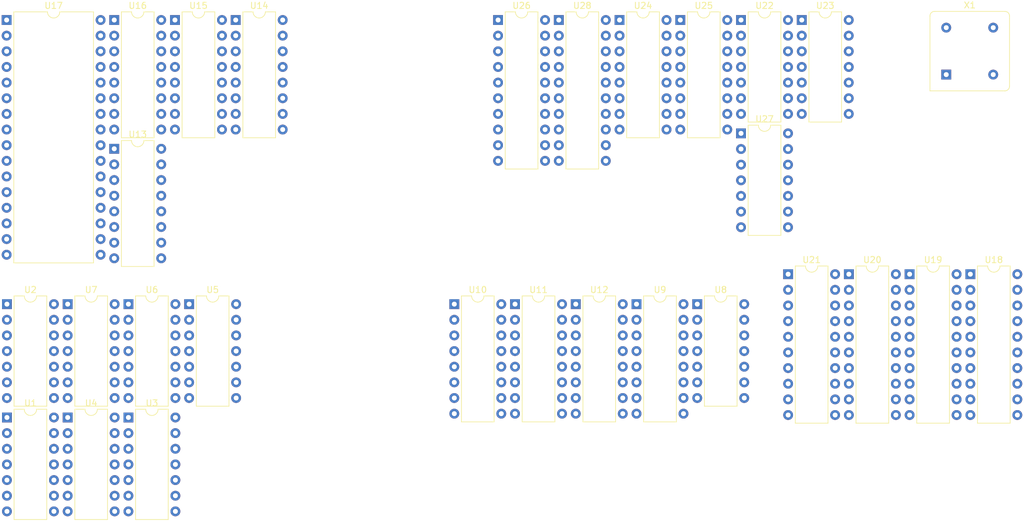
<source format=kicad_pcb>
(kicad_pcb (version 20171130) (host pcbnew 5.0.2-4.fc29)

  (general
    (thickness 1.6)
    (drawings 0)
    (tracks 0)
    (zones 0)
    (modules 29)
    (nets 128)
  )

  (page USLedger)
  (layers
    (0 F.Cu signal)
    (31 B.Cu signal)
    (32 B.Adhes user)
    (33 F.Adhes user)
    (34 B.Paste user)
    (35 F.Paste user)
    (36 B.SilkS user)
    (37 F.SilkS user)
    (38 B.Mask user)
    (39 F.Mask user)
    (40 Dwgs.User user)
    (41 Cmts.User user)
    (42 Eco1.User user)
    (43 Eco2.User user)
    (44 Edge.Cuts user)
    (45 Margin user)
    (46 B.CrtYd user)
    (47 F.CrtYd user)
    (48 B.Fab user)
    (49 F.Fab user)
  )

  (setup
    (last_trace_width 0.25)
    (trace_clearance 0.2)
    (zone_clearance 0.508)
    (zone_45_only no)
    (trace_min 0.2)
    (segment_width 0.2)
    (edge_width 0.15)
    (via_size 0.8)
    (via_drill 0.4)
    (via_min_size 0.4)
    (via_min_drill 0.3)
    (uvia_size 0.3)
    (uvia_drill 0.1)
    (uvias_allowed no)
    (uvia_min_size 0.2)
    (uvia_min_drill 0.1)
    (pcb_text_width 0.3)
    (pcb_text_size 1.5 1.5)
    (mod_edge_width 0.15)
    (mod_text_size 1 1)
    (mod_text_width 0.15)
    (pad_size 1.524 1.524)
    (pad_drill 0.762)
    (pad_to_mask_clearance 0.051)
    (solder_mask_min_width 0.25)
    (aux_axis_origin 0 0)
    (visible_elements FFFFF77F)
    (pcbplotparams
      (layerselection 0x010fc_ffffffff)
      (usegerberextensions false)
      (usegerberattributes false)
      (usegerberadvancedattributes false)
      (creategerberjobfile false)
      (excludeedgelayer true)
      (linewidth 0.100000)
      (plotframeref false)
      (viasonmask false)
      (mode 1)
      (useauxorigin false)
      (hpglpennumber 1)
      (hpglpenspeed 20)
      (hpglpendiameter 15.000000)
      (psnegative false)
      (psa4output false)
      (plotreference true)
      (plotvalue true)
      (plotinvisibletext false)
      (padsonsilk false)
      (subtractmaskfromsilk false)
      (outputformat 1)
      (mirror false)
      (drillshape 1)
      (scaleselection 1)
      (outputdirectory ""))
  )

  (net 0 "")
  (net 1 ~LD_PC_COND)
  (net 2 "Net-(U1-Pad11)")
  (net 3 "Net-(U1-Pad4)")
  (net 4 "Net-(U1-Pad5)")
  (net 5 ~LD_A)
  (net 6 "Net-(U2-Pad5)")
  (net 7 "Net-(U2-Pad3)")
  (net 8 "Net-(U3-Pad3)")
  (net 9 "Net-(U3-Pad5)")
  (net 10 ~LD_B)
  (net 11 "Net-(U4-Pad5)")
  (net 12 ~WR_MEM)
  (net 13 "Net-(U4-Pad3)")
  (net 14 "Net-(U5-Pad3)")
  (net 15 ~LD_MAR_H)
  (net 16 ~LD_MAR_L)
  (net 17 VCC)
  (net 18 "Net-(U7-Pad10)")
  (net 19 "Net-(U7-Pad11)")
  (net 20 /CONTROL/~T0)
  (net 21 /CONTROL/~T3)
  (net 22 /CONTROL/~T2)
  (net 23 /CONTROL/~T4)
  (net 24 /CONTROL/~T7)
  (net 25 /CONTROL/~T8)
  (net 26 "Net-(U10-Pad10)")
  (net 27 ~LD_PC)
  (net 28 CLK)
  (net 29 "Net-(U10-Pad7)")
  (net 30 "Net-(U10-Pad15)")
  (net 31 "Net-(U11-Pad15)")
  (net 32 ~ADDR_OE)
  (net 33 ~SEL_ADDR_PC_MAR)
  (net 34 ~INC_PC)
  (net 35 "Net-(U17-Pad24)")
  (net 36 A1)
  (net 37 "Net-(U25-Pad5)")
  (net 38 "Net-(U24-Pad3)")
  (net 39 A4)
  (net 40 A2)
  (net 41 "Net-(U25-Pad3)")
  (net 42 "Net-(U24-Pad14)")
  (net 43 A5)
  (net 44 PC_Q0)
  (net 45 MAR_Q3)
  (net 46 PC_Q1)
  (net 47 MAR_Q2)
  (net 48 PC_Q2)
  (net 49 MAR_Q1)
  (net 50 PC_Q3)
  (net 51 MAR_Q0)
  (net 52 MAR_Q4)
  (net 53 PC_Q7)
  (net 54 MAR_Q5)
  (net 55 PC_Q6)
  (net 56 MAR_Q6)
  (net 57 PC_Q5)
  (net 58 MAR_Q7)
  (net 59 PC_Q4)
  (net 60 PC_Q8)
  (net 61 MAR_Q11)
  (net 62 PC_Q9)
  (net 63 MAR_Q10)
  (net 64 PC_Q10)
  (net 65 MAR_Q9)
  (net 66 PC_Q11)
  (net 67 MAR_Q8)
  (net 68 MAR_Q12)
  (net 69 PC_Q15)
  (net 70 MAR_Q13)
  (net 71 PC_Q14)
  (net 72 MAR_Q14)
  (net 73 PC_Q13)
  (net 74 MAR_Q15)
  (net 75 PC_Q12)
  (net 76 /MEMORY/MEM_ADDR2)
  (net 77 /MEMORY/MEM_ADDR0)
  (net 78 /MEMORY/MEM_ADDR3)
  (net 79 /MEMORY/MEM_ADDR1)
  (net 80 /MEMORY/MEM_ADDR5)
  (net 81 /MEMORY/MEM_ADDR7)
  (net 82 /MEMORY/MEM_ADDR4)
  (net 83 /MEMORY/MEM_ADDR6)
  (net 84 /MEMORY/MEM_ADDR9)
  (net 85 /MEMORY/MEM_ADDR11)
  (net 86 /MEMORY/MEM_ADDR8)
  (net 87 /MEMORY/MEM_ADDR10)
  (net 88 /MEMORY/MEM_ADDR14)
  (net 89 /MEMORY/MEM_ADDR12)
  (net 90 /MEMORY/MEM_ADDR15)
  (net 91 /MEMORY/MEM_ADDR13)
  (net 92 MEM_DQ3)
  (net 93 MEM_DQ4)
  (net 94 MEM_DQ5)
  (net 95 MEM_DQ6)
  (net 96 MEM_DQ7)
  (net 97 MEM_DQ0)
  (net 98 MEM_DQ1)
  (net 99 MEM_DQ2)
  (net 100 A0)
  (net 101 A6)
  (net 102 A3)
  (net 103 A7)
  (net 104 B7)
  (net 105 B3)
  (net 106 B6)
  (net 107 B2)
  (net 108 B5)
  (net 109 B1)
  (net 110 B4)
  (net 111 B0)
  (net 112 "Net-(U22-Pad8)")
  (net 113 "Net-(U22-Pad2)")
  (net 114 "Net-(U22-Pad4)")
  (net 115 "Net-(U22-Pad5)")
  (net 116 "Net-(U22-Pad6)")
  (net 117 "Net-(U23-Pad2)")
  (net 118 "Net-(U24-Pad13)")
  (net 119 "Net-(U24-Pad4)")
  (net 120 "Net-(U24-Pad10)")
  (net 121 "Net-(U24-Pad9)")
  (net 122 "Net-(U24-Pad1)")
  (net 123 "Net-(U25-Pad1)")
  (net 124 "Net-(U25-Pad4)")
  (net 125 "Net-(U25-Pad13)")
  (net 126 "Net-(U26-Pad19)")
  (net 127 "Net-(U27-Pad3)")

  (net_class Default "This is the default net class."
    (clearance 0.2)
    (trace_width 0.25)
    (via_dia 0.8)
    (via_drill 0.4)
    (uvia_dia 0.3)
    (uvia_drill 0.1)
    (add_net /CONTROL/~T0)
    (add_net /CONTROL/~T2)
    (add_net /CONTROL/~T3)
    (add_net /CONTROL/~T4)
    (add_net /CONTROL/~T7)
    (add_net /CONTROL/~T8)
    (add_net /MEMORY/MEM_ADDR0)
    (add_net /MEMORY/MEM_ADDR1)
    (add_net /MEMORY/MEM_ADDR10)
    (add_net /MEMORY/MEM_ADDR11)
    (add_net /MEMORY/MEM_ADDR12)
    (add_net /MEMORY/MEM_ADDR13)
    (add_net /MEMORY/MEM_ADDR14)
    (add_net /MEMORY/MEM_ADDR15)
    (add_net /MEMORY/MEM_ADDR2)
    (add_net /MEMORY/MEM_ADDR3)
    (add_net /MEMORY/MEM_ADDR4)
    (add_net /MEMORY/MEM_ADDR5)
    (add_net /MEMORY/MEM_ADDR6)
    (add_net /MEMORY/MEM_ADDR7)
    (add_net /MEMORY/MEM_ADDR8)
    (add_net /MEMORY/MEM_ADDR9)
    (add_net A0)
    (add_net A1)
    (add_net A2)
    (add_net A3)
    (add_net A4)
    (add_net A5)
    (add_net A6)
    (add_net A7)
    (add_net B0)
    (add_net B1)
    (add_net B2)
    (add_net B3)
    (add_net B4)
    (add_net B5)
    (add_net B6)
    (add_net B7)
    (add_net CLK)
    (add_net MAR_Q0)
    (add_net MAR_Q1)
    (add_net MAR_Q10)
    (add_net MAR_Q11)
    (add_net MAR_Q12)
    (add_net MAR_Q13)
    (add_net MAR_Q14)
    (add_net MAR_Q15)
    (add_net MAR_Q2)
    (add_net MAR_Q3)
    (add_net MAR_Q4)
    (add_net MAR_Q5)
    (add_net MAR_Q6)
    (add_net MAR_Q7)
    (add_net MAR_Q8)
    (add_net MAR_Q9)
    (add_net MEM_DQ0)
    (add_net MEM_DQ1)
    (add_net MEM_DQ2)
    (add_net MEM_DQ3)
    (add_net MEM_DQ4)
    (add_net MEM_DQ5)
    (add_net MEM_DQ6)
    (add_net MEM_DQ7)
    (add_net "Net-(U1-Pad11)")
    (add_net "Net-(U1-Pad4)")
    (add_net "Net-(U1-Pad5)")
    (add_net "Net-(U10-Pad10)")
    (add_net "Net-(U10-Pad15)")
    (add_net "Net-(U10-Pad7)")
    (add_net "Net-(U11-Pad15)")
    (add_net "Net-(U17-Pad24)")
    (add_net "Net-(U2-Pad3)")
    (add_net "Net-(U2-Pad5)")
    (add_net "Net-(U22-Pad2)")
    (add_net "Net-(U22-Pad4)")
    (add_net "Net-(U22-Pad5)")
    (add_net "Net-(U22-Pad6)")
    (add_net "Net-(U22-Pad8)")
    (add_net "Net-(U23-Pad2)")
    (add_net "Net-(U24-Pad1)")
    (add_net "Net-(U24-Pad10)")
    (add_net "Net-(U24-Pad13)")
    (add_net "Net-(U24-Pad14)")
    (add_net "Net-(U24-Pad3)")
    (add_net "Net-(U24-Pad4)")
    (add_net "Net-(U24-Pad9)")
    (add_net "Net-(U25-Pad1)")
    (add_net "Net-(U25-Pad13)")
    (add_net "Net-(U25-Pad3)")
    (add_net "Net-(U25-Pad4)")
    (add_net "Net-(U25-Pad5)")
    (add_net "Net-(U26-Pad19)")
    (add_net "Net-(U27-Pad3)")
    (add_net "Net-(U3-Pad3)")
    (add_net "Net-(U3-Pad5)")
    (add_net "Net-(U4-Pad3)")
    (add_net "Net-(U4-Pad5)")
    (add_net "Net-(U5-Pad3)")
    (add_net "Net-(U7-Pad10)")
    (add_net "Net-(U7-Pad11)")
    (add_net PC_Q0)
    (add_net PC_Q1)
    (add_net PC_Q10)
    (add_net PC_Q11)
    (add_net PC_Q12)
    (add_net PC_Q13)
    (add_net PC_Q14)
    (add_net PC_Q15)
    (add_net PC_Q2)
    (add_net PC_Q3)
    (add_net PC_Q4)
    (add_net PC_Q5)
    (add_net PC_Q6)
    (add_net PC_Q7)
    (add_net PC_Q8)
    (add_net PC_Q9)
    (add_net VCC)
    (add_net ~ADDR_OE)
    (add_net ~INC_PC)
    (add_net ~LD_A)
    (add_net ~LD_B)
    (add_net ~LD_MAR_H)
    (add_net ~LD_MAR_L)
    (add_net ~LD_PC)
    (add_net ~LD_PC_COND)
    (add_net ~SEL_ADDR_PC_MAR)
    (add_net ~WR_MEM)
  )

  (module Package_DIP:DIP-14_W7.62mm (layer F.Cu) (tedit 5A02E8C5) (tstamp 5C59BA09)
    (at 115.425001 146.105001)
    (descr "14-lead though-hole mounted DIP package, row spacing 7.62 mm (300 mils)")
    (tags "THT DIP DIL PDIP 2.54mm 7.62mm 300mil")
    (path /5C4E38C4/5C685FFC)
    (fp_text reference U1 (at 3.81 -2.33) (layer F.SilkS)
      (effects (font (size 1 1) (thickness 0.15)))
    )
    (fp_text value 74HC107 (at 3.81 17.57) (layer F.Fab)
      (effects (font (size 1 1) (thickness 0.15)))
    )
    (fp_text user %R (at 3.81 7.62) (layer F.Fab)
      (effects (font (size 1 1) (thickness 0.15)))
    )
    (fp_line (start 8.7 -1.55) (end -1.1 -1.55) (layer F.CrtYd) (width 0.05))
    (fp_line (start 8.7 16.8) (end 8.7 -1.55) (layer F.CrtYd) (width 0.05))
    (fp_line (start -1.1 16.8) (end 8.7 16.8) (layer F.CrtYd) (width 0.05))
    (fp_line (start -1.1 -1.55) (end -1.1 16.8) (layer F.CrtYd) (width 0.05))
    (fp_line (start 6.46 -1.33) (end 4.81 -1.33) (layer F.SilkS) (width 0.12))
    (fp_line (start 6.46 16.57) (end 6.46 -1.33) (layer F.SilkS) (width 0.12))
    (fp_line (start 1.16 16.57) (end 6.46 16.57) (layer F.SilkS) (width 0.12))
    (fp_line (start 1.16 -1.33) (end 1.16 16.57) (layer F.SilkS) (width 0.12))
    (fp_line (start 2.81 -1.33) (end 1.16 -1.33) (layer F.SilkS) (width 0.12))
    (fp_line (start 0.635 -0.27) (end 1.635 -1.27) (layer F.Fab) (width 0.1))
    (fp_line (start 0.635 16.51) (end 0.635 -0.27) (layer F.Fab) (width 0.1))
    (fp_line (start 6.985 16.51) (end 0.635 16.51) (layer F.Fab) (width 0.1))
    (fp_line (start 6.985 -1.27) (end 6.985 16.51) (layer F.Fab) (width 0.1))
    (fp_line (start 1.635 -1.27) (end 6.985 -1.27) (layer F.Fab) (width 0.1))
    (fp_arc (start 3.81 -1.33) (end 2.81 -1.33) (angle -180) (layer F.SilkS) (width 0.12))
    (pad 14 thru_hole oval (at 7.62 0) (size 1.6 1.6) (drill 0.8) (layers *.Cu *.Mask))
    (pad 7 thru_hole oval (at 0 15.24) (size 1.6 1.6) (drill 0.8) (layers *.Cu *.Mask))
    (pad 13 thru_hole oval (at 7.62 2.54) (size 1.6 1.6) (drill 0.8) (layers *.Cu *.Mask)
      (net 32 ~ADDR_OE))
    (pad 6 thru_hole oval (at 0 12.7) (size 1.6 1.6) (drill 0.8) (layers *.Cu *.Mask)
      (net 5 ~LD_A))
    (pad 12 thru_hole oval (at 7.62 5.08) (size 1.6 1.6) (drill 0.8) (layers *.Cu *.Mask)
      (net 28 CLK))
    (pad 5 thru_hole oval (at 0 10.16) (size 1.6 1.6) (drill 0.8) (layers *.Cu *.Mask)
      (net 4 "Net-(U1-Pad5)"))
    (pad 11 thru_hole oval (at 7.62 7.62) (size 1.6 1.6) (drill 0.8) (layers *.Cu *.Mask)
      (net 2 "Net-(U1-Pad11)"))
    (pad 4 thru_hole oval (at 0 7.62) (size 1.6 1.6) (drill 0.8) (layers *.Cu *.Mask)
      (net 3 "Net-(U1-Pad4)"))
    (pad 10 thru_hole oval (at 7.62 10.16) (size 1.6 1.6) (drill 0.8) (layers *.Cu *.Mask)
      (net 32 ~ADDR_OE))
    (pad 3 thru_hole oval (at 0 5.08) (size 1.6 1.6) (drill 0.8) (layers *.Cu *.Mask)
      (net 2 "Net-(U1-Pad11)"))
    (pad 9 thru_hole oval (at 7.62 12.7) (size 1.6 1.6) (drill 0.8) (layers *.Cu *.Mask)
      (net 28 CLK))
    (pad 2 thru_hole oval (at 0 2.54) (size 1.6 1.6) (drill 0.8) (layers *.Cu *.Mask)
      (net 20 /CONTROL/~T0))
    (pad 8 thru_hole oval (at 7.62 15.24) (size 1.6 1.6) (drill 0.8) (layers *.Cu *.Mask)
      (net 20 /CONTROL/~T0))
    (pad 1 thru_hole rect (at 0 0) (size 1.6 1.6) (drill 0.8) (layers *.Cu *.Mask)
      (net 1 ~LD_PC_COND))
    (model ${KISYS3DMOD}/Package_DIP.3dshapes/DIP-14_W7.62mm.wrl
      (at (xyz 0 0 0))
      (scale (xyz 1 1 1))
      (rotate (xyz 0 0 0))
    )
  )

  (module Package_DIP:DIP-14_W7.62mm (layer F.Cu) (tedit 5A02E8C5) (tstamp 5C59BA2B)
    (at 115.425001 127.705001)
    (descr "14-lead though-hole mounted DIP package, row spacing 7.62 mm (300 mils)")
    (tags "THT DIP DIL PDIP 2.54mm 7.62mm 300mil")
    (path /5C4E38C4/5C690178)
    (fp_text reference U2 (at 3.81 -2.33) (layer F.SilkS)
      (effects (font (size 1 1) (thickness 0.15)))
    )
    (fp_text value 74HC107 (at 3.81 17.57) (layer F.Fab)
      (effects (font (size 1 1) (thickness 0.15)))
    )
    (fp_arc (start 3.81 -1.33) (end 2.81 -1.33) (angle -180) (layer F.SilkS) (width 0.12))
    (fp_line (start 1.635 -1.27) (end 6.985 -1.27) (layer F.Fab) (width 0.1))
    (fp_line (start 6.985 -1.27) (end 6.985 16.51) (layer F.Fab) (width 0.1))
    (fp_line (start 6.985 16.51) (end 0.635 16.51) (layer F.Fab) (width 0.1))
    (fp_line (start 0.635 16.51) (end 0.635 -0.27) (layer F.Fab) (width 0.1))
    (fp_line (start 0.635 -0.27) (end 1.635 -1.27) (layer F.Fab) (width 0.1))
    (fp_line (start 2.81 -1.33) (end 1.16 -1.33) (layer F.SilkS) (width 0.12))
    (fp_line (start 1.16 -1.33) (end 1.16 16.57) (layer F.SilkS) (width 0.12))
    (fp_line (start 1.16 16.57) (end 6.46 16.57) (layer F.SilkS) (width 0.12))
    (fp_line (start 6.46 16.57) (end 6.46 -1.33) (layer F.SilkS) (width 0.12))
    (fp_line (start 6.46 -1.33) (end 4.81 -1.33) (layer F.SilkS) (width 0.12))
    (fp_line (start -1.1 -1.55) (end -1.1 16.8) (layer F.CrtYd) (width 0.05))
    (fp_line (start -1.1 16.8) (end 8.7 16.8) (layer F.CrtYd) (width 0.05))
    (fp_line (start 8.7 16.8) (end 8.7 -1.55) (layer F.CrtYd) (width 0.05))
    (fp_line (start 8.7 -1.55) (end -1.1 -1.55) (layer F.CrtYd) (width 0.05))
    (fp_text user %R (at 3.81 7.62) (layer F.Fab)
      (effects (font (size 1 1) (thickness 0.15)))
    )
    (pad 1 thru_hole rect (at 0 0) (size 1.6 1.6) (drill 0.8) (layers *.Cu *.Mask)
      (net 4 "Net-(U1-Pad5)"))
    (pad 8 thru_hole oval (at 7.62 15.24) (size 1.6 1.6) (drill 0.8) (layers *.Cu *.Mask)
      (net 7 "Net-(U2-Pad3)"))
    (pad 2 thru_hole oval (at 0 2.54) (size 1.6 1.6) (drill 0.8) (layers *.Cu *.Mask)
      (net 22 /CONTROL/~T2))
    (pad 9 thru_hole oval (at 7.62 12.7) (size 1.6 1.6) (drill 0.8) (layers *.Cu *.Mask)
      (net 28 CLK))
    (pad 3 thru_hole oval (at 0 5.08) (size 1.6 1.6) (drill 0.8) (layers *.Cu *.Mask)
      (net 7 "Net-(U2-Pad3)"))
    (pad 10 thru_hole oval (at 7.62 10.16) (size 1.6 1.6) (drill 0.8) (layers *.Cu *.Mask)
      (net 32 ~ADDR_OE))
    (pad 4 thru_hole oval (at 0 7.62) (size 1.6 1.6) (drill 0.8) (layers *.Cu *.Mask)
      (net 5 ~LD_A))
    (pad 11 thru_hole oval (at 7.62 7.62) (size 1.6 1.6) (drill 0.8) (layers *.Cu *.Mask)
      (net 22 /CONTROL/~T2))
    (pad 5 thru_hole oval (at 0 10.16) (size 1.6 1.6) (drill 0.8) (layers *.Cu *.Mask)
      (net 6 "Net-(U2-Pad5)"))
    (pad 12 thru_hole oval (at 7.62 5.08) (size 1.6 1.6) (drill 0.8) (layers *.Cu *.Mask)
      (net 28 CLK))
    (pad 6 thru_hole oval (at 0 12.7) (size 1.6 1.6) (drill 0.8) (layers *.Cu *.Mask)
      (net 21 /CONTROL/~T3))
    (pad 13 thru_hole oval (at 7.62 2.54) (size 1.6 1.6) (drill 0.8) (layers *.Cu *.Mask)
      (net 32 ~ADDR_OE))
    (pad 7 thru_hole oval (at 0 15.24) (size 1.6 1.6) (drill 0.8) (layers *.Cu *.Mask))
    (pad 14 thru_hole oval (at 7.62 0) (size 1.6 1.6) (drill 0.8) (layers *.Cu *.Mask))
    (model ${KISYS3DMOD}/Package_DIP.3dshapes/DIP-14_W7.62mm.wrl
      (at (xyz 0 0 0))
      (scale (xyz 1 1 1))
      (rotate (xyz 0 0 0))
    )
  )

  (module Package_DIP:DIP-14_W7.62mm (layer F.Cu) (tedit 5A02E8C5) (tstamp 5C59BA4D)
    (at 135.125001 146.105001)
    (descr "14-lead though-hole mounted DIP package, row spacing 7.62 mm (300 mils)")
    (tags "THT DIP DIL PDIP 2.54mm 7.62mm 300mil")
    (path /5C4E38C4/5C6901CC)
    (fp_text reference U3 (at 3.81 -2.33) (layer F.SilkS)
      (effects (font (size 1 1) (thickness 0.15)))
    )
    (fp_text value 74HC107 (at 3.81 17.57) (layer F.Fab)
      (effects (font (size 1 1) (thickness 0.15)))
    )
    (fp_text user %R (at 3.81 7.62) (layer F.Fab)
      (effects (font (size 1 1) (thickness 0.15)))
    )
    (fp_line (start 8.7 -1.55) (end -1.1 -1.55) (layer F.CrtYd) (width 0.05))
    (fp_line (start 8.7 16.8) (end 8.7 -1.55) (layer F.CrtYd) (width 0.05))
    (fp_line (start -1.1 16.8) (end 8.7 16.8) (layer F.CrtYd) (width 0.05))
    (fp_line (start -1.1 -1.55) (end -1.1 16.8) (layer F.CrtYd) (width 0.05))
    (fp_line (start 6.46 -1.33) (end 4.81 -1.33) (layer F.SilkS) (width 0.12))
    (fp_line (start 6.46 16.57) (end 6.46 -1.33) (layer F.SilkS) (width 0.12))
    (fp_line (start 1.16 16.57) (end 6.46 16.57) (layer F.SilkS) (width 0.12))
    (fp_line (start 1.16 -1.33) (end 1.16 16.57) (layer F.SilkS) (width 0.12))
    (fp_line (start 2.81 -1.33) (end 1.16 -1.33) (layer F.SilkS) (width 0.12))
    (fp_line (start 0.635 -0.27) (end 1.635 -1.27) (layer F.Fab) (width 0.1))
    (fp_line (start 0.635 16.51) (end 0.635 -0.27) (layer F.Fab) (width 0.1))
    (fp_line (start 6.985 16.51) (end 0.635 16.51) (layer F.Fab) (width 0.1))
    (fp_line (start 6.985 -1.27) (end 6.985 16.51) (layer F.Fab) (width 0.1))
    (fp_line (start 1.635 -1.27) (end 6.985 -1.27) (layer F.Fab) (width 0.1))
    (fp_arc (start 3.81 -1.33) (end 2.81 -1.33) (angle -180) (layer F.SilkS) (width 0.12))
    (pad 14 thru_hole oval (at 7.62 0) (size 1.6 1.6) (drill 0.8) (layers *.Cu *.Mask))
    (pad 7 thru_hole oval (at 0 15.24) (size 1.6 1.6) (drill 0.8) (layers *.Cu *.Mask))
    (pad 13 thru_hole oval (at 7.62 2.54) (size 1.6 1.6) (drill 0.8) (layers *.Cu *.Mask)
      (net 32 ~ADDR_OE))
    (pad 6 thru_hole oval (at 0 12.7) (size 1.6 1.6) (drill 0.8) (layers *.Cu *.Mask)
      (net 10 ~LD_B))
    (pad 12 thru_hole oval (at 7.62 5.08) (size 1.6 1.6) (drill 0.8) (layers *.Cu *.Mask)
      (net 28 CLK))
    (pad 5 thru_hole oval (at 0 10.16) (size 1.6 1.6) (drill 0.8) (layers *.Cu *.Mask)
      (net 9 "Net-(U3-Pad5)"))
    (pad 11 thru_hole oval (at 7.62 7.62) (size 1.6 1.6) (drill 0.8) (layers *.Cu *.Mask)
      (net 23 /CONTROL/~T4))
    (pad 4 thru_hole oval (at 0 7.62) (size 1.6 1.6) (drill 0.8) (layers *.Cu *.Mask)
      (net 21 /CONTROL/~T3))
    (pad 10 thru_hole oval (at 7.62 10.16) (size 1.6 1.6) (drill 0.8) (layers *.Cu *.Mask)
      (net 32 ~ADDR_OE))
    (pad 3 thru_hole oval (at 0 5.08) (size 1.6 1.6) (drill 0.8) (layers *.Cu *.Mask)
      (net 8 "Net-(U3-Pad3)"))
    (pad 9 thru_hole oval (at 7.62 12.7) (size 1.6 1.6) (drill 0.8) (layers *.Cu *.Mask)
      (net 28 CLK))
    (pad 2 thru_hole oval (at 0 2.54) (size 1.6 1.6) (drill 0.8) (layers *.Cu *.Mask)
      (net 23 /CONTROL/~T4))
    (pad 8 thru_hole oval (at 7.62 15.24) (size 1.6 1.6) (drill 0.8) (layers *.Cu *.Mask)
      (net 8 "Net-(U3-Pad3)"))
    (pad 1 thru_hole rect (at 0 0) (size 1.6 1.6) (drill 0.8) (layers *.Cu *.Mask)
      (net 6 "Net-(U2-Pad5)"))
    (model ${KISYS3DMOD}/Package_DIP.3dshapes/DIP-14_W7.62mm.wrl
      (at (xyz 0 0 0))
      (scale (xyz 1 1 1))
      (rotate (xyz 0 0 0))
    )
  )

  (module Package_DIP:DIP-14_W7.62mm (layer F.Cu) (tedit 5A02E8C5) (tstamp 5C59BA6F)
    (at 125.275001 146.105001)
    (descr "14-lead though-hole mounted DIP package, row spacing 7.62 mm (300 mils)")
    (tags "THT DIP DIL PDIP 2.54mm 7.62mm 300mil")
    (path /5C4E38C4/5C690214)
    (fp_text reference U4 (at 3.81 -2.33) (layer F.SilkS)
      (effects (font (size 1 1) (thickness 0.15)))
    )
    (fp_text value 74HC107 (at 3.81 17.57) (layer F.Fab)
      (effects (font (size 1 1) (thickness 0.15)))
    )
    (fp_arc (start 3.81 -1.33) (end 2.81 -1.33) (angle -180) (layer F.SilkS) (width 0.12))
    (fp_line (start 1.635 -1.27) (end 6.985 -1.27) (layer F.Fab) (width 0.1))
    (fp_line (start 6.985 -1.27) (end 6.985 16.51) (layer F.Fab) (width 0.1))
    (fp_line (start 6.985 16.51) (end 0.635 16.51) (layer F.Fab) (width 0.1))
    (fp_line (start 0.635 16.51) (end 0.635 -0.27) (layer F.Fab) (width 0.1))
    (fp_line (start 0.635 -0.27) (end 1.635 -1.27) (layer F.Fab) (width 0.1))
    (fp_line (start 2.81 -1.33) (end 1.16 -1.33) (layer F.SilkS) (width 0.12))
    (fp_line (start 1.16 -1.33) (end 1.16 16.57) (layer F.SilkS) (width 0.12))
    (fp_line (start 1.16 16.57) (end 6.46 16.57) (layer F.SilkS) (width 0.12))
    (fp_line (start 6.46 16.57) (end 6.46 -1.33) (layer F.SilkS) (width 0.12))
    (fp_line (start 6.46 -1.33) (end 4.81 -1.33) (layer F.SilkS) (width 0.12))
    (fp_line (start -1.1 -1.55) (end -1.1 16.8) (layer F.CrtYd) (width 0.05))
    (fp_line (start -1.1 16.8) (end 8.7 16.8) (layer F.CrtYd) (width 0.05))
    (fp_line (start 8.7 16.8) (end 8.7 -1.55) (layer F.CrtYd) (width 0.05))
    (fp_line (start 8.7 -1.55) (end -1.1 -1.55) (layer F.CrtYd) (width 0.05))
    (fp_text user %R (at 3.81 7.62) (layer F.Fab)
      (effects (font (size 1 1) (thickness 0.15)))
    )
    (pad 1 thru_hole rect (at 0 0) (size 1.6 1.6) (drill 0.8) (layers *.Cu *.Mask)
      (net 9 "Net-(U3-Pad5)"))
    (pad 8 thru_hole oval (at 7.62 15.24) (size 1.6 1.6) (drill 0.8) (layers *.Cu *.Mask)
      (net 13 "Net-(U4-Pad3)"))
    (pad 2 thru_hole oval (at 0 2.54) (size 1.6 1.6) (drill 0.8) (layers *.Cu *.Mask)
      (net 12 ~WR_MEM))
    (pad 9 thru_hole oval (at 7.62 12.7) (size 1.6 1.6) (drill 0.8) (layers *.Cu *.Mask)
      (net 28 CLK))
    (pad 3 thru_hole oval (at 0 5.08) (size 1.6 1.6) (drill 0.8) (layers *.Cu *.Mask)
      (net 13 "Net-(U4-Pad3)"))
    (pad 10 thru_hole oval (at 7.62 10.16) (size 1.6 1.6) (drill 0.8) (layers *.Cu *.Mask)
      (net 32 ~ADDR_OE))
    (pad 4 thru_hole oval (at 0 7.62) (size 1.6 1.6) (drill 0.8) (layers *.Cu *.Mask)
      (net 10 ~LD_B))
    (pad 11 thru_hole oval (at 7.62 7.62) (size 1.6 1.6) (drill 0.8) (layers *.Cu *.Mask)
      (net 12 ~WR_MEM))
    (pad 5 thru_hole oval (at 0 10.16) (size 1.6 1.6) (drill 0.8) (layers *.Cu *.Mask)
      (net 11 "Net-(U4-Pad5)"))
    (pad 12 thru_hole oval (at 7.62 5.08) (size 1.6 1.6) (drill 0.8) (layers *.Cu *.Mask)
      (net 28 CLK))
    (pad 6 thru_hole oval (at 0 12.7) (size 1.6 1.6) (drill 0.8) (layers *.Cu *.Mask)
      (net 24 /CONTROL/~T7))
    (pad 13 thru_hole oval (at 7.62 2.54) (size 1.6 1.6) (drill 0.8) (layers *.Cu *.Mask)
      (net 32 ~ADDR_OE))
    (pad 7 thru_hole oval (at 0 15.24) (size 1.6 1.6) (drill 0.8) (layers *.Cu *.Mask))
    (pad 14 thru_hole oval (at 7.62 0) (size 1.6 1.6) (drill 0.8) (layers *.Cu *.Mask))
    (model ${KISYS3DMOD}/Package_DIP.3dshapes/DIP-14_W7.62mm.wrl
      (at (xyz 0 0 0))
      (scale (xyz 1 1 1))
      (rotate (xyz 0 0 0))
    )
  )

  (module Package_DIP:DIP-14_W7.62mm (layer F.Cu) (tedit 5A02E8C5) (tstamp 5C59BA91)
    (at 144.975001 127.705001)
    (descr "14-lead though-hole mounted DIP package, row spacing 7.62 mm (300 mils)")
    (tags "THT DIP DIL PDIP 2.54mm 7.62mm 300mil")
    (path /5C4E38C4/5C690356)
    (fp_text reference U5 (at 3.81 -2.33) (layer F.SilkS)
      (effects (font (size 1 1) (thickness 0.15)))
    )
    (fp_text value 74HC107 (at 3.81 17.57) (layer F.Fab)
      (effects (font (size 1 1) (thickness 0.15)))
    )
    (fp_text user %R (at 3.81 7.62) (layer F.Fab)
      (effects (font (size 1 1) (thickness 0.15)))
    )
    (fp_line (start 8.7 -1.55) (end -1.1 -1.55) (layer F.CrtYd) (width 0.05))
    (fp_line (start 8.7 16.8) (end 8.7 -1.55) (layer F.CrtYd) (width 0.05))
    (fp_line (start -1.1 16.8) (end 8.7 16.8) (layer F.CrtYd) (width 0.05))
    (fp_line (start -1.1 -1.55) (end -1.1 16.8) (layer F.CrtYd) (width 0.05))
    (fp_line (start 6.46 -1.33) (end 4.81 -1.33) (layer F.SilkS) (width 0.12))
    (fp_line (start 6.46 16.57) (end 6.46 -1.33) (layer F.SilkS) (width 0.12))
    (fp_line (start 1.16 16.57) (end 6.46 16.57) (layer F.SilkS) (width 0.12))
    (fp_line (start 1.16 -1.33) (end 1.16 16.57) (layer F.SilkS) (width 0.12))
    (fp_line (start 2.81 -1.33) (end 1.16 -1.33) (layer F.SilkS) (width 0.12))
    (fp_line (start 0.635 -0.27) (end 1.635 -1.27) (layer F.Fab) (width 0.1))
    (fp_line (start 0.635 16.51) (end 0.635 -0.27) (layer F.Fab) (width 0.1))
    (fp_line (start 6.985 16.51) (end 0.635 16.51) (layer F.Fab) (width 0.1))
    (fp_line (start 6.985 -1.27) (end 6.985 16.51) (layer F.Fab) (width 0.1))
    (fp_line (start 1.635 -1.27) (end 6.985 -1.27) (layer F.Fab) (width 0.1))
    (fp_arc (start 3.81 -1.33) (end 2.81 -1.33) (angle -180) (layer F.SilkS) (width 0.12))
    (pad 14 thru_hole oval (at 7.62 0) (size 1.6 1.6) (drill 0.8) (layers *.Cu *.Mask))
    (pad 7 thru_hole oval (at 0 15.24) (size 1.6 1.6) (drill 0.8) (layers *.Cu *.Mask))
    (pad 13 thru_hole oval (at 7.62 2.54) (size 1.6 1.6) (drill 0.8) (layers *.Cu *.Mask)
      (net 32 ~ADDR_OE))
    (pad 6 thru_hole oval (at 0 12.7) (size 1.6 1.6) (drill 0.8) (layers *.Cu *.Mask)
      (net 1 ~LD_PC_COND))
    (pad 12 thru_hole oval (at 7.62 5.08) (size 1.6 1.6) (drill 0.8) (layers *.Cu *.Mask)
      (net 28 CLK))
    (pad 5 thru_hole oval (at 0 10.16) (size 1.6 1.6) (drill 0.8) (layers *.Cu *.Mask)
      (net 3 "Net-(U1-Pad4)"))
    (pad 11 thru_hole oval (at 7.62 7.62) (size 1.6 1.6) (drill 0.8) (layers *.Cu *.Mask)
      (net 25 /CONTROL/~T8))
    (pad 4 thru_hole oval (at 0 7.62) (size 1.6 1.6) (drill 0.8) (layers *.Cu *.Mask)
      (net 24 /CONTROL/~T7))
    (pad 10 thru_hole oval (at 7.62 10.16) (size 1.6 1.6) (drill 0.8) (layers *.Cu *.Mask)
      (net 32 ~ADDR_OE))
    (pad 3 thru_hole oval (at 0 5.08) (size 1.6 1.6) (drill 0.8) (layers *.Cu *.Mask)
      (net 14 "Net-(U5-Pad3)"))
    (pad 9 thru_hole oval (at 7.62 12.7) (size 1.6 1.6) (drill 0.8) (layers *.Cu *.Mask)
      (net 28 CLK))
    (pad 2 thru_hole oval (at 0 2.54) (size 1.6 1.6) (drill 0.8) (layers *.Cu *.Mask)
      (net 25 /CONTROL/~T8))
    (pad 8 thru_hole oval (at 7.62 15.24) (size 1.6 1.6) (drill 0.8) (layers *.Cu *.Mask)
      (net 14 "Net-(U5-Pad3)"))
    (pad 1 thru_hole rect (at 0 0) (size 1.6 1.6) (drill 0.8) (layers *.Cu *.Mask)
      (net 11 "Net-(U4-Pad5)"))
    (model ${KISYS3DMOD}/Package_DIP.3dshapes/DIP-14_W7.62mm.wrl
      (at (xyz 0 0 0))
      (scale (xyz 1 1 1))
      (rotate (xyz 0 0 0))
    )
  )

  (module Package_DIP:DIP-14_W7.62mm (layer F.Cu) (tedit 5A02E8C5) (tstamp 5C59BAB3)
    (at 135.125001 127.705001)
    (descr "14-lead though-hole mounted DIP package, row spacing 7.62 mm (300 mils)")
    (tags "THT DIP DIL PDIP 2.54mm 7.62mm 300mil")
    (path /5C4E38C4/5C4E9D2F)
    (fp_text reference U6 (at 3.81 -2.33) (layer F.SilkS)
      (effects (font (size 1 1) (thickness 0.15)))
    )
    (fp_text value 74HC11 (at 3.81 17.57) (layer F.Fab)
      (effects (font (size 1 1) (thickness 0.15)))
    )
    (fp_arc (start 3.81 -1.33) (end 2.81 -1.33) (angle -180) (layer F.SilkS) (width 0.12))
    (fp_line (start 1.635 -1.27) (end 6.985 -1.27) (layer F.Fab) (width 0.1))
    (fp_line (start 6.985 -1.27) (end 6.985 16.51) (layer F.Fab) (width 0.1))
    (fp_line (start 6.985 16.51) (end 0.635 16.51) (layer F.Fab) (width 0.1))
    (fp_line (start 0.635 16.51) (end 0.635 -0.27) (layer F.Fab) (width 0.1))
    (fp_line (start 0.635 -0.27) (end 1.635 -1.27) (layer F.Fab) (width 0.1))
    (fp_line (start 2.81 -1.33) (end 1.16 -1.33) (layer F.SilkS) (width 0.12))
    (fp_line (start 1.16 -1.33) (end 1.16 16.57) (layer F.SilkS) (width 0.12))
    (fp_line (start 1.16 16.57) (end 6.46 16.57) (layer F.SilkS) (width 0.12))
    (fp_line (start 6.46 16.57) (end 6.46 -1.33) (layer F.SilkS) (width 0.12))
    (fp_line (start 6.46 -1.33) (end 4.81 -1.33) (layer F.SilkS) (width 0.12))
    (fp_line (start -1.1 -1.55) (end -1.1 16.8) (layer F.CrtYd) (width 0.05))
    (fp_line (start -1.1 16.8) (end 8.7 16.8) (layer F.CrtYd) (width 0.05))
    (fp_line (start 8.7 16.8) (end 8.7 -1.55) (layer F.CrtYd) (width 0.05))
    (fp_line (start 8.7 -1.55) (end -1.1 -1.55) (layer F.CrtYd) (width 0.05))
    (fp_text user %R (at 3.81 7.62) (layer F.Fab)
      (effects (font (size 1 1) (thickness 0.15)))
    )
    (pad 1 thru_hole rect (at 0 0) (size 1.6 1.6) (drill 0.8) (layers *.Cu *.Mask)
      (net 20 /CONTROL/~T0))
    (pad 8 thru_hole oval (at 7.62 15.24) (size 1.6 1.6) (drill 0.8) (layers *.Cu *.Mask)
      (net 33 ~SEL_ADDR_PC_MAR))
    (pad 2 thru_hole oval (at 0 2.54) (size 1.6 1.6) (drill 0.8) (layers *.Cu *.Mask)
      (net 21 /CONTROL/~T3))
    (pad 9 thru_hole oval (at 7.62 12.7) (size 1.6 1.6) (drill 0.8) (layers *.Cu *.Mask)
      (net 22 /CONTROL/~T2))
    (pad 3 thru_hole oval (at 0 5.08) (size 1.6 1.6) (drill 0.8) (layers *.Cu *.Mask)
      (net 5 ~LD_A))
    (pad 10 thru_hole oval (at 7.62 10.16) (size 1.6 1.6) (drill 0.8) (layers *.Cu *.Mask)
      (net 10 ~LD_B))
    (pad 4 thru_hole oval (at 0 7.62) (size 1.6 1.6) (drill 0.8) (layers *.Cu *.Mask)
      (net 23 /CONTROL/~T4))
    (pad 11 thru_hole oval (at 7.62 7.62) (size 1.6 1.6) (drill 0.8) (layers *.Cu *.Mask)
      (net 12 ~WR_MEM))
    (pad 5 thru_hole oval (at 0 10.16) (size 1.6 1.6) (drill 0.8) (layers *.Cu *.Mask)
      (net 25 /CONTROL/~T8))
    (pad 12 thru_hole oval (at 7.62 5.08) (size 1.6 1.6) (drill 0.8) (layers *.Cu *.Mask)
      (net 16 ~LD_MAR_L))
    (pad 6 thru_hole oval (at 0 12.7) (size 1.6 1.6) (drill 0.8) (layers *.Cu *.Mask)
      (net 15 ~LD_MAR_H))
    (pad 13 thru_hole oval (at 7.62 2.54) (size 1.6 1.6) (drill 0.8) (layers *.Cu *.Mask)
      (net 24 /CONTROL/~T7))
    (pad 7 thru_hole oval (at 0 15.24) (size 1.6 1.6) (drill 0.8) (layers *.Cu *.Mask))
    (pad 14 thru_hole oval (at 7.62 0) (size 1.6 1.6) (drill 0.8) (layers *.Cu *.Mask))
    (model ${KISYS3DMOD}/Package_DIP.3dshapes/DIP-14_W7.62mm.wrl
      (at (xyz 0 0 0))
      (scale (xyz 1 1 1))
      (rotate (xyz 0 0 0))
    )
  )

  (module Package_DIP:DIP-14_W7.62mm (layer F.Cu) (tedit 5A02E8C5) (tstamp 5C59BAD5)
    (at 125.275001 127.705001)
    (descr "14-lead though-hole mounted DIP package, row spacing 7.62 mm (300 mils)")
    (tags "THT DIP DIL PDIP 2.54mm 7.62mm 300mil")
    (path /5C4E38C4/5C4E9D5F)
    (fp_text reference U7 (at 3.81 -2.33) (layer F.SilkS)
      (effects (font (size 1 1) (thickness 0.15)))
    )
    (fp_text value 74HC11 (at 3.81 17.57) (layer F.Fab)
      (effects (font (size 1 1) (thickness 0.15)))
    )
    (fp_text user %R (at 3.81 7.62) (layer F.Fab)
      (effects (font (size 1 1) (thickness 0.15)))
    )
    (fp_line (start 8.7 -1.55) (end -1.1 -1.55) (layer F.CrtYd) (width 0.05))
    (fp_line (start 8.7 16.8) (end 8.7 -1.55) (layer F.CrtYd) (width 0.05))
    (fp_line (start -1.1 16.8) (end 8.7 16.8) (layer F.CrtYd) (width 0.05))
    (fp_line (start -1.1 -1.55) (end -1.1 16.8) (layer F.CrtYd) (width 0.05))
    (fp_line (start 6.46 -1.33) (end 4.81 -1.33) (layer F.SilkS) (width 0.12))
    (fp_line (start 6.46 16.57) (end 6.46 -1.33) (layer F.SilkS) (width 0.12))
    (fp_line (start 1.16 16.57) (end 6.46 16.57) (layer F.SilkS) (width 0.12))
    (fp_line (start 1.16 -1.33) (end 1.16 16.57) (layer F.SilkS) (width 0.12))
    (fp_line (start 2.81 -1.33) (end 1.16 -1.33) (layer F.SilkS) (width 0.12))
    (fp_line (start 0.635 -0.27) (end 1.635 -1.27) (layer F.Fab) (width 0.1))
    (fp_line (start 0.635 16.51) (end 0.635 -0.27) (layer F.Fab) (width 0.1))
    (fp_line (start 6.985 16.51) (end 0.635 16.51) (layer F.Fab) (width 0.1))
    (fp_line (start 6.985 -1.27) (end 6.985 16.51) (layer F.Fab) (width 0.1))
    (fp_line (start 1.635 -1.27) (end 6.985 -1.27) (layer F.Fab) (width 0.1))
    (fp_arc (start 3.81 -1.33) (end 2.81 -1.33) (angle -180) (layer F.SilkS) (width 0.12))
    (pad 14 thru_hole oval (at 7.62 0) (size 1.6 1.6) (drill 0.8) (layers *.Cu *.Mask))
    (pad 7 thru_hole oval (at 0 15.24) (size 1.6 1.6) (drill 0.8) (layers *.Cu *.Mask))
    (pad 13 thru_hole oval (at 7.62 2.54) (size 1.6 1.6) (drill 0.8) (layers *.Cu *.Mask)
      (net 21 /CONTROL/~T3))
    (pad 6 thru_hole oval (at 0 12.7) (size 1.6 1.6) (drill 0.8) (layers *.Cu *.Mask)
      (net 19 "Net-(U7-Pad11)"))
    (pad 12 thru_hole oval (at 7.62 5.08) (size 1.6 1.6) (drill 0.8) (layers *.Cu *.Mask)
      (net 18 "Net-(U7-Pad10)"))
    (pad 5 thru_hole oval (at 0 10.16) (size 1.6 1.6) (drill 0.8) (layers *.Cu *.Mask)
      (net 25 /CONTROL/~T8))
    (pad 11 thru_hole oval (at 7.62 7.62) (size 1.6 1.6) (drill 0.8) (layers *.Cu *.Mask)
      (net 19 "Net-(U7-Pad11)"))
    (pad 4 thru_hole oval (at 0 7.62) (size 1.6 1.6) (drill 0.8) (layers *.Cu *.Mask)
      (net 24 /CONTROL/~T7))
    (pad 10 thru_hole oval (at 7.62 10.16) (size 1.6 1.6) (drill 0.8) (layers *.Cu *.Mask)
      (net 18 "Net-(U7-Pad10)"))
    (pad 3 thru_hole oval (at 0 5.08) (size 1.6 1.6) (drill 0.8) (layers *.Cu *.Mask)
      (net 23 /CONTROL/~T4))
    (pad 9 thru_hole oval (at 7.62 12.7) (size 1.6 1.6) (drill 0.8) (layers *.Cu *.Mask)
      (net 17 VCC))
    (pad 2 thru_hole oval (at 0 2.54) (size 1.6 1.6) (drill 0.8) (layers *.Cu *.Mask)
      (net 5 ~LD_A))
    (pad 8 thru_hole oval (at 7.62 15.24) (size 1.6 1.6) (drill 0.8) (layers *.Cu *.Mask)
      (net 34 ~INC_PC))
    (pad 1 thru_hole rect (at 0 0) (size 1.6 1.6) (drill 0.8) (layers *.Cu *.Mask)
      (net 20 /CONTROL/~T0))
    (model ${KISYS3DMOD}/Package_DIP.3dshapes/DIP-14_W7.62mm.wrl
      (at (xyz 0 0 0))
      (scale (xyz 1 1 1))
      (rotate (xyz 0 0 0))
    )
  )

  (module Package_DIP:DIP-14_W7.62mm (layer F.Cu) (tedit 5A02E8C5) (tstamp 5C59BAF7)
    (at 227.375001 127.705001)
    (descr "14-lead though-hole mounted DIP package, row spacing 7.62 mm (300 mils)")
    (tags "THT DIP DIL PDIP 2.54mm 7.62mm 300mil")
    (path /5C4F5C3F/5C56CE37)
    (fp_text reference U8 (at 3.81 -2.33) (layer F.SilkS)
      (effects (font (size 1 1) (thickness 0.15)))
    )
    (fp_text value 74HC04 (at 3.81 17.57) (layer F.Fab)
      (effects (font (size 1 1) (thickness 0.15)))
    )
    (fp_arc (start 3.81 -1.33) (end 2.81 -1.33) (angle -180) (layer F.SilkS) (width 0.12))
    (fp_line (start 1.635 -1.27) (end 6.985 -1.27) (layer F.Fab) (width 0.1))
    (fp_line (start 6.985 -1.27) (end 6.985 16.51) (layer F.Fab) (width 0.1))
    (fp_line (start 6.985 16.51) (end 0.635 16.51) (layer F.Fab) (width 0.1))
    (fp_line (start 0.635 16.51) (end 0.635 -0.27) (layer F.Fab) (width 0.1))
    (fp_line (start 0.635 -0.27) (end 1.635 -1.27) (layer F.Fab) (width 0.1))
    (fp_line (start 2.81 -1.33) (end 1.16 -1.33) (layer F.SilkS) (width 0.12))
    (fp_line (start 1.16 -1.33) (end 1.16 16.57) (layer F.SilkS) (width 0.12))
    (fp_line (start 1.16 16.57) (end 6.46 16.57) (layer F.SilkS) (width 0.12))
    (fp_line (start 6.46 16.57) (end 6.46 -1.33) (layer F.SilkS) (width 0.12))
    (fp_line (start 6.46 -1.33) (end 4.81 -1.33) (layer F.SilkS) (width 0.12))
    (fp_line (start -1.1 -1.55) (end -1.1 16.8) (layer F.CrtYd) (width 0.05))
    (fp_line (start -1.1 16.8) (end 8.7 16.8) (layer F.CrtYd) (width 0.05))
    (fp_line (start 8.7 16.8) (end 8.7 -1.55) (layer F.CrtYd) (width 0.05))
    (fp_line (start 8.7 -1.55) (end -1.1 -1.55) (layer F.CrtYd) (width 0.05))
    (fp_text user %R (at 3.81 7.62) (layer F.Fab)
      (effects (font (size 1 1) (thickness 0.15)))
    )
    (pad 1 thru_hole rect (at 0 0) (size 1.6 1.6) (drill 0.8) (layers *.Cu *.Mask)
      (net 34 ~INC_PC))
    (pad 8 thru_hole oval (at 7.62 15.24) (size 1.6 1.6) (drill 0.8) (layers *.Cu *.Mask)
      (net 35 "Net-(U17-Pad24)"))
    (pad 2 thru_hole oval (at 0 2.54) (size 1.6 1.6) (drill 0.8) (layers *.Cu *.Mask)
      (net 26 "Net-(U10-Pad10)"))
    (pad 9 thru_hole oval (at 7.62 12.7) (size 1.6 1.6) (drill 0.8) (layers *.Cu *.Mask)
      (net 12 ~WR_MEM))
    (pad 3 thru_hole oval (at 0 5.08) (size 1.6 1.6) (drill 0.8) (layers *.Cu *.Mask)
      (net 36 A1))
    (pad 10 thru_hole oval (at 7.62 10.16) (size 1.6 1.6) (drill 0.8) (layers *.Cu *.Mask)
      (net 37 "Net-(U25-Pad5)"))
    (pad 4 thru_hole oval (at 0 7.62) (size 1.6 1.6) (drill 0.8) (layers *.Cu *.Mask)
      (net 38 "Net-(U24-Pad3)"))
    (pad 11 thru_hole oval (at 7.62 7.62) (size 1.6 1.6) (drill 0.8) (layers *.Cu *.Mask)
      (net 39 A4))
    (pad 5 thru_hole oval (at 0 10.16) (size 1.6 1.6) (drill 0.8) (layers *.Cu *.Mask)
      (net 40 A2))
    (pad 12 thru_hole oval (at 7.62 5.08) (size 1.6 1.6) (drill 0.8) (layers *.Cu *.Mask)
      (net 41 "Net-(U25-Pad3)"))
    (pad 6 thru_hole oval (at 0 12.7) (size 1.6 1.6) (drill 0.8) (layers *.Cu *.Mask)
      (net 42 "Net-(U24-Pad14)"))
    (pad 13 thru_hole oval (at 7.62 2.54) (size 1.6 1.6) (drill 0.8) (layers *.Cu *.Mask)
      (net 43 A5))
    (pad 7 thru_hole oval (at 0 15.24) (size 1.6 1.6) (drill 0.8) (layers *.Cu *.Mask))
    (pad 14 thru_hole oval (at 7.62 0) (size 1.6 1.6) (drill 0.8) (layers *.Cu *.Mask))
    (model ${KISYS3DMOD}/Package_DIP.3dshapes/DIP-14_W7.62mm.wrl
      (at (xyz 0 0 0))
      (scale (xyz 1 1 1))
      (rotate (xyz 0 0 0))
    )
  )

  (module Package_DIP:DIP-16_W7.62mm (layer F.Cu) (tedit 5A02E8C5) (tstamp 5C59BB1B)
    (at 217.525001 127.705001)
    (descr "16-lead though-hole mounted DIP package, row spacing 7.62 mm (300 mils)")
    (tags "THT DIP DIL PDIP 2.54mm 7.62mm 300mil")
    (path /5C4F5C3F/5C5001CB)
    (fp_text reference U9 (at 3.81 -2.33) (layer F.SilkS)
      (effects (font (size 1 1) (thickness 0.15)))
    )
    (fp_text value 74HC161 (at 3.81 20.11) (layer F.Fab)
      (effects (font (size 1 1) (thickness 0.15)))
    )
    (fp_text user %R (at 3.81 8.89) (layer F.Fab)
      (effects (font (size 1 1) (thickness 0.15)))
    )
    (fp_line (start 8.7 -1.55) (end -1.1 -1.55) (layer F.CrtYd) (width 0.05))
    (fp_line (start 8.7 19.3) (end 8.7 -1.55) (layer F.CrtYd) (width 0.05))
    (fp_line (start -1.1 19.3) (end 8.7 19.3) (layer F.CrtYd) (width 0.05))
    (fp_line (start -1.1 -1.55) (end -1.1 19.3) (layer F.CrtYd) (width 0.05))
    (fp_line (start 6.46 -1.33) (end 4.81 -1.33) (layer F.SilkS) (width 0.12))
    (fp_line (start 6.46 19.11) (end 6.46 -1.33) (layer F.SilkS) (width 0.12))
    (fp_line (start 1.16 19.11) (end 6.46 19.11) (layer F.SilkS) (width 0.12))
    (fp_line (start 1.16 -1.33) (end 1.16 19.11) (layer F.SilkS) (width 0.12))
    (fp_line (start 2.81 -1.33) (end 1.16 -1.33) (layer F.SilkS) (width 0.12))
    (fp_line (start 0.635 -0.27) (end 1.635 -1.27) (layer F.Fab) (width 0.1))
    (fp_line (start 0.635 19.05) (end 0.635 -0.27) (layer F.Fab) (width 0.1))
    (fp_line (start 6.985 19.05) (end 0.635 19.05) (layer F.Fab) (width 0.1))
    (fp_line (start 6.985 -1.27) (end 6.985 19.05) (layer F.Fab) (width 0.1))
    (fp_line (start 1.635 -1.27) (end 6.985 -1.27) (layer F.Fab) (width 0.1))
    (fp_arc (start 3.81 -1.33) (end 2.81 -1.33) (angle -180) (layer F.SilkS) (width 0.12))
    (pad 16 thru_hole oval (at 7.62 0) (size 1.6 1.6) (drill 0.8) (layers *.Cu *.Mask)
      (net 17 VCC))
    (pad 8 thru_hole oval (at 0 17.78) (size 1.6 1.6) (drill 0.8) (layers *.Cu *.Mask)
      (net 32 ~ADDR_OE))
    (pad 15 thru_hole oval (at 7.62 2.54) (size 1.6 1.6) (drill 0.8) (layers *.Cu *.Mask)
      (net 29 "Net-(U10-Pad7)"))
    (pad 7 thru_hole oval (at 0 15.24) (size 1.6 1.6) (drill 0.8) (layers *.Cu *.Mask)
      (net 26 "Net-(U10-Pad10)"))
    (pad 14 thru_hole oval (at 7.62 5.08) (size 1.6 1.6) (drill 0.8) (layers *.Cu *.Mask)
      (net 44 PC_Q0))
    (pad 6 thru_hole oval (at 0 12.7) (size 1.6 1.6) (drill 0.8) (layers *.Cu *.Mask)
      (net 45 MAR_Q3))
    (pad 13 thru_hole oval (at 7.62 7.62) (size 1.6 1.6) (drill 0.8) (layers *.Cu *.Mask)
      (net 46 PC_Q1))
    (pad 5 thru_hole oval (at 0 10.16) (size 1.6 1.6) (drill 0.8) (layers *.Cu *.Mask)
      (net 47 MAR_Q2))
    (pad 12 thru_hole oval (at 7.62 10.16) (size 1.6 1.6) (drill 0.8) (layers *.Cu *.Mask)
      (net 48 PC_Q2))
    (pad 4 thru_hole oval (at 0 7.62) (size 1.6 1.6) (drill 0.8) (layers *.Cu *.Mask)
      (net 49 MAR_Q1))
    (pad 11 thru_hole oval (at 7.62 12.7) (size 1.6 1.6) (drill 0.8) (layers *.Cu *.Mask)
      (net 50 PC_Q3))
    (pad 3 thru_hole oval (at 0 5.08) (size 1.6 1.6) (drill 0.8) (layers *.Cu *.Mask)
      (net 51 MAR_Q0))
    (pad 10 thru_hole oval (at 7.62 15.24) (size 1.6 1.6) (drill 0.8) (layers *.Cu *.Mask)
      (net 26 "Net-(U10-Pad10)"))
    (pad 2 thru_hole oval (at 0 2.54) (size 1.6 1.6) (drill 0.8) (layers *.Cu *.Mask)
      (net 28 CLK))
    (pad 9 thru_hole oval (at 7.62 17.78) (size 1.6 1.6) (drill 0.8) (layers *.Cu *.Mask)
      (net 27 ~LD_PC))
    (pad 1 thru_hole rect (at 0 0) (size 1.6 1.6) (drill 0.8) (layers *.Cu *.Mask)
      (net 32 ~ADDR_OE))
    (model ${KISYS3DMOD}/Package_DIP.3dshapes/DIP-16_W7.62mm.wrl
      (at (xyz 0 0 0))
      (scale (xyz 1 1 1))
      (rotate (xyz 0 0 0))
    )
  )

  (module Package_DIP:DIP-16_W7.62mm (layer F.Cu) (tedit 5A02E8C5) (tstamp 5C59BB3F)
    (at 187.975001 127.705001)
    (descr "16-lead though-hole mounted DIP package, row spacing 7.62 mm (300 mils)")
    (tags "THT DIP DIL PDIP 2.54mm 7.62mm 300mil")
    (path /5C4F5C3F/5C5043B8)
    (fp_text reference U10 (at 3.81 -2.33) (layer F.SilkS)
      (effects (font (size 1 1) (thickness 0.15)))
    )
    (fp_text value 74HC161 (at 3.81 20.11) (layer F.Fab)
      (effects (font (size 1 1) (thickness 0.15)))
    )
    (fp_arc (start 3.81 -1.33) (end 2.81 -1.33) (angle -180) (layer F.SilkS) (width 0.12))
    (fp_line (start 1.635 -1.27) (end 6.985 -1.27) (layer F.Fab) (width 0.1))
    (fp_line (start 6.985 -1.27) (end 6.985 19.05) (layer F.Fab) (width 0.1))
    (fp_line (start 6.985 19.05) (end 0.635 19.05) (layer F.Fab) (width 0.1))
    (fp_line (start 0.635 19.05) (end 0.635 -0.27) (layer F.Fab) (width 0.1))
    (fp_line (start 0.635 -0.27) (end 1.635 -1.27) (layer F.Fab) (width 0.1))
    (fp_line (start 2.81 -1.33) (end 1.16 -1.33) (layer F.SilkS) (width 0.12))
    (fp_line (start 1.16 -1.33) (end 1.16 19.11) (layer F.SilkS) (width 0.12))
    (fp_line (start 1.16 19.11) (end 6.46 19.11) (layer F.SilkS) (width 0.12))
    (fp_line (start 6.46 19.11) (end 6.46 -1.33) (layer F.SilkS) (width 0.12))
    (fp_line (start 6.46 -1.33) (end 4.81 -1.33) (layer F.SilkS) (width 0.12))
    (fp_line (start -1.1 -1.55) (end -1.1 19.3) (layer F.CrtYd) (width 0.05))
    (fp_line (start -1.1 19.3) (end 8.7 19.3) (layer F.CrtYd) (width 0.05))
    (fp_line (start 8.7 19.3) (end 8.7 -1.55) (layer F.CrtYd) (width 0.05))
    (fp_line (start 8.7 -1.55) (end -1.1 -1.55) (layer F.CrtYd) (width 0.05))
    (fp_text user %R (at 3.81 8.89) (layer F.Fab)
      (effects (font (size 1 1) (thickness 0.15)))
    )
    (pad 1 thru_hole rect (at 0 0) (size 1.6 1.6) (drill 0.8) (layers *.Cu *.Mask)
      (net 32 ~ADDR_OE))
    (pad 9 thru_hole oval (at 7.62 17.78) (size 1.6 1.6) (drill 0.8) (layers *.Cu *.Mask)
      (net 27 ~LD_PC))
    (pad 2 thru_hole oval (at 0 2.54) (size 1.6 1.6) (drill 0.8) (layers *.Cu *.Mask)
      (net 28 CLK))
    (pad 10 thru_hole oval (at 7.62 15.24) (size 1.6 1.6) (drill 0.8) (layers *.Cu *.Mask)
      (net 26 "Net-(U10-Pad10)"))
    (pad 3 thru_hole oval (at 0 5.08) (size 1.6 1.6) (drill 0.8) (layers *.Cu *.Mask)
      (net 52 MAR_Q4))
    (pad 11 thru_hole oval (at 7.62 12.7) (size 1.6 1.6) (drill 0.8) (layers *.Cu *.Mask)
      (net 53 PC_Q7))
    (pad 4 thru_hole oval (at 0 7.62) (size 1.6 1.6) (drill 0.8) (layers *.Cu *.Mask)
      (net 54 MAR_Q5))
    (pad 12 thru_hole oval (at 7.62 10.16) (size 1.6 1.6) (drill 0.8) (layers *.Cu *.Mask)
      (net 55 PC_Q6))
    (pad 5 thru_hole oval (at 0 10.16) (size 1.6 1.6) (drill 0.8) (layers *.Cu *.Mask)
      (net 56 MAR_Q6))
    (pad 13 thru_hole oval (at 7.62 7.62) (size 1.6 1.6) (drill 0.8) (layers *.Cu *.Mask)
      (net 57 PC_Q5))
    (pad 6 thru_hole oval (at 0 12.7) (size 1.6 1.6) (drill 0.8) (layers *.Cu *.Mask)
      (net 58 MAR_Q7))
    (pad 14 thru_hole oval (at 7.62 5.08) (size 1.6 1.6) (drill 0.8) (layers *.Cu *.Mask)
      (net 59 PC_Q4))
    (pad 7 thru_hole oval (at 0 15.24) (size 1.6 1.6) (drill 0.8) (layers *.Cu *.Mask)
      (net 29 "Net-(U10-Pad7)"))
    (pad 15 thru_hole oval (at 7.62 2.54) (size 1.6 1.6) (drill 0.8) (layers *.Cu *.Mask)
      (net 30 "Net-(U10-Pad15)"))
    (pad 8 thru_hole oval (at 0 17.78) (size 1.6 1.6) (drill 0.8) (layers *.Cu *.Mask)
      (net 32 ~ADDR_OE))
    (pad 16 thru_hole oval (at 7.62 0) (size 1.6 1.6) (drill 0.8) (layers *.Cu *.Mask)
      (net 17 VCC))
    (model ${KISYS3DMOD}/Package_DIP.3dshapes/DIP-16_W7.62mm.wrl
      (at (xyz 0 0 0))
      (scale (xyz 1 1 1))
      (rotate (xyz 0 0 0))
    )
  )

  (module Package_DIP:DIP-16_W7.62mm (layer F.Cu) (tedit 5A02E8C5) (tstamp 5C59BB63)
    (at 197.825001 127.705001)
    (descr "16-lead though-hole mounted DIP package, row spacing 7.62 mm (300 mils)")
    (tags "THT DIP DIL PDIP 2.54mm 7.62mm 300mil")
    (path /5C4F5C3F/5C504402)
    (fp_text reference U11 (at 3.81 -2.33) (layer F.SilkS)
      (effects (font (size 1 1) (thickness 0.15)))
    )
    (fp_text value 74HC161 (at 3.81 20.11) (layer F.Fab)
      (effects (font (size 1 1) (thickness 0.15)))
    )
    (fp_text user %R (at 3.81 8.89) (layer F.Fab)
      (effects (font (size 1 1) (thickness 0.15)))
    )
    (fp_line (start 8.7 -1.55) (end -1.1 -1.55) (layer F.CrtYd) (width 0.05))
    (fp_line (start 8.7 19.3) (end 8.7 -1.55) (layer F.CrtYd) (width 0.05))
    (fp_line (start -1.1 19.3) (end 8.7 19.3) (layer F.CrtYd) (width 0.05))
    (fp_line (start -1.1 -1.55) (end -1.1 19.3) (layer F.CrtYd) (width 0.05))
    (fp_line (start 6.46 -1.33) (end 4.81 -1.33) (layer F.SilkS) (width 0.12))
    (fp_line (start 6.46 19.11) (end 6.46 -1.33) (layer F.SilkS) (width 0.12))
    (fp_line (start 1.16 19.11) (end 6.46 19.11) (layer F.SilkS) (width 0.12))
    (fp_line (start 1.16 -1.33) (end 1.16 19.11) (layer F.SilkS) (width 0.12))
    (fp_line (start 2.81 -1.33) (end 1.16 -1.33) (layer F.SilkS) (width 0.12))
    (fp_line (start 0.635 -0.27) (end 1.635 -1.27) (layer F.Fab) (width 0.1))
    (fp_line (start 0.635 19.05) (end 0.635 -0.27) (layer F.Fab) (width 0.1))
    (fp_line (start 6.985 19.05) (end 0.635 19.05) (layer F.Fab) (width 0.1))
    (fp_line (start 6.985 -1.27) (end 6.985 19.05) (layer F.Fab) (width 0.1))
    (fp_line (start 1.635 -1.27) (end 6.985 -1.27) (layer F.Fab) (width 0.1))
    (fp_arc (start 3.81 -1.33) (end 2.81 -1.33) (angle -180) (layer F.SilkS) (width 0.12))
    (pad 16 thru_hole oval (at 7.62 0) (size 1.6 1.6) (drill 0.8) (layers *.Cu *.Mask)
      (net 17 VCC))
    (pad 8 thru_hole oval (at 0 17.78) (size 1.6 1.6) (drill 0.8) (layers *.Cu *.Mask)
      (net 32 ~ADDR_OE))
    (pad 15 thru_hole oval (at 7.62 2.54) (size 1.6 1.6) (drill 0.8) (layers *.Cu *.Mask)
      (net 31 "Net-(U11-Pad15)"))
    (pad 7 thru_hole oval (at 0 15.24) (size 1.6 1.6) (drill 0.8) (layers *.Cu *.Mask)
      (net 30 "Net-(U10-Pad15)"))
    (pad 14 thru_hole oval (at 7.62 5.08) (size 1.6 1.6) (drill 0.8) (layers *.Cu *.Mask)
      (net 60 PC_Q8))
    (pad 6 thru_hole oval (at 0 12.7) (size 1.6 1.6) (drill 0.8) (layers *.Cu *.Mask)
      (net 61 MAR_Q11))
    (pad 13 thru_hole oval (at 7.62 7.62) (size 1.6 1.6) (drill 0.8) (layers *.Cu *.Mask)
      (net 62 PC_Q9))
    (pad 5 thru_hole oval (at 0 10.16) (size 1.6 1.6) (drill 0.8) (layers *.Cu *.Mask)
      (net 63 MAR_Q10))
    (pad 12 thru_hole oval (at 7.62 10.16) (size 1.6 1.6) (drill 0.8) (layers *.Cu *.Mask)
      (net 64 PC_Q10))
    (pad 4 thru_hole oval (at 0 7.62) (size 1.6 1.6) (drill 0.8) (layers *.Cu *.Mask)
      (net 65 MAR_Q9))
    (pad 11 thru_hole oval (at 7.62 12.7) (size 1.6 1.6) (drill 0.8) (layers *.Cu *.Mask)
      (net 66 PC_Q11))
    (pad 3 thru_hole oval (at 0 5.08) (size 1.6 1.6) (drill 0.8) (layers *.Cu *.Mask)
      (net 67 MAR_Q8))
    (pad 10 thru_hole oval (at 7.62 15.24) (size 1.6 1.6) (drill 0.8) (layers *.Cu *.Mask)
      (net 26 "Net-(U10-Pad10)"))
    (pad 2 thru_hole oval (at 0 2.54) (size 1.6 1.6) (drill 0.8) (layers *.Cu *.Mask)
      (net 28 CLK))
    (pad 9 thru_hole oval (at 7.62 17.78) (size 1.6 1.6) (drill 0.8) (layers *.Cu *.Mask)
      (net 27 ~LD_PC))
    (pad 1 thru_hole rect (at 0 0) (size 1.6 1.6) (drill 0.8) (layers *.Cu *.Mask)
      (net 32 ~ADDR_OE))
    (model ${KISYS3DMOD}/Package_DIP.3dshapes/DIP-16_W7.62mm.wrl
      (at (xyz 0 0 0))
      (scale (xyz 1 1 1))
      (rotate (xyz 0 0 0))
    )
  )

  (module Package_DIP:DIP-16_W7.62mm (layer F.Cu) (tedit 5A02E8C5) (tstamp 5C59BB87)
    (at 207.675001 127.705001)
    (descr "16-lead though-hole mounted DIP package, row spacing 7.62 mm (300 mils)")
    (tags "THT DIP DIL PDIP 2.54mm 7.62mm 300mil")
    (path /5C4F5C3F/5C504469)
    (fp_text reference U12 (at 3.81 -2.33) (layer F.SilkS)
      (effects (font (size 1 1) (thickness 0.15)))
    )
    (fp_text value 74HC161 (at 3.81 20.11) (layer F.Fab)
      (effects (font (size 1 1) (thickness 0.15)))
    )
    (fp_arc (start 3.81 -1.33) (end 2.81 -1.33) (angle -180) (layer F.SilkS) (width 0.12))
    (fp_line (start 1.635 -1.27) (end 6.985 -1.27) (layer F.Fab) (width 0.1))
    (fp_line (start 6.985 -1.27) (end 6.985 19.05) (layer F.Fab) (width 0.1))
    (fp_line (start 6.985 19.05) (end 0.635 19.05) (layer F.Fab) (width 0.1))
    (fp_line (start 0.635 19.05) (end 0.635 -0.27) (layer F.Fab) (width 0.1))
    (fp_line (start 0.635 -0.27) (end 1.635 -1.27) (layer F.Fab) (width 0.1))
    (fp_line (start 2.81 -1.33) (end 1.16 -1.33) (layer F.SilkS) (width 0.12))
    (fp_line (start 1.16 -1.33) (end 1.16 19.11) (layer F.SilkS) (width 0.12))
    (fp_line (start 1.16 19.11) (end 6.46 19.11) (layer F.SilkS) (width 0.12))
    (fp_line (start 6.46 19.11) (end 6.46 -1.33) (layer F.SilkS) (width 0.12))
    (fp_line (start 6.46 -1.33) (end 4.81 -1.33) (layer F.SilkS) (width 0.12))
    (fp_line (start -1.1 -1.55) (end -1.1 19.3) (layer F.CrtYd) (width 0.05))
    (fp_line (start -1.1 19.3) (end 8.7 19.3) (layer F.CrtYd) (width 0.05))
    (fp_line (start 8.7 19.3) (end 8.7 -1.55) (layer F.CrtYd) (width 0.05))
    (fp_line (start 8.7 -1.55) (end -1.1 -1.55) (layer F.CrtYd) (width 0.05))
    (fp_text user %R (at 3.81 8.89) (layer F.Fab)
      (effects (font (size 1 1) (thickness 0.15)))
    )
    (pad 1 thru_hole rect (at 0 0) (size 1.6 1.6) (drill 0.8) (layers *.Cu *.Mask)
      (net 32 ~ADDR_OE))
    (pad 9 thru_hole oval (at 7.62 17.78) (size 1.6 1.6) (drill 0.8) (layers *.Cu *.Mask)
      (net 27 ~LD_PC))
    (pad 2 thru_hole oval (at 0 2.54) (size 1.6 1.6) (drill 0.8) (layers *.Cu *.Mask)
      (net 28 CLK))
    (pad 10 thru_hole oval (at 7.62 15.24) (size 1.6 1.6) (drill 0.8) (layers *.Cu *.Mask)
      (net 26 "Net-(U10-Pad10)"))
    (pad 3 thru_hole oval (at 0 5.08) (size 1.6 1.6) (drill 0.8) (layers *.Cu *.Mask)
      (net 68 MAR_Q12))
    (pad 11 thru_hole oval (at 7.62 12.7) (size 1.6 1.6) (drill 0.8) (layers *.Cu *.Mask)
      (net 69 PC_Q15))
    (pad 4 thru_hole oval (at 0 7.62) (size 1.6 1.6) (drill 0.8) (layers *.Cu *.Mask)
      (net 70 MAR_Q13))
    (pad 12 thru_hole oval (at 7.62 10.16) (size 1.6 1.6) (drill 0.8) (layers *.Cu *.Mask)
      (net 71 PC_Q14))
    (pad 5 thru_hole oval (at 0 10.16) (size 1.6 1.6) (drill 0.8) (layers *.Cu *.Mask)
      (net 72 MAR_Q14))
    (pad 13 thru_hole oval (at 7.62 7.62) (size 1.6 1.6) (drill 0.8) (layers *.Cu *.Mask)
      (net 73 PC_Q13))
    (pad 6 thru_hole oval (at 0 12.7) (size 1.6 1.6) (drill 0.8) (layers *.Cu *.Mask)
      (net 74 MAR_Q15))
    (pad 14 thru_hole oval (at 7.62 5.08) (size 1.6 1.6) (drill 0.8) (layers *.Cu *.Mask)
      (net 75 PC_Q12))
    (pad 7 thru_hole oval (at 0 15.24) (size 1.6 1.6) (drill 0.8) (layers *.Cu *.Mask)
      (net 31 "Net-(U11-Pad15)"))
    (pad 15 thru_hole oval (at 7.62 2.54) (size 1.6 1.6) (drill 0.8) (layers *.Cu *.Mask))
    (pad 8 thru_hole oval (at 0 17.78) (size 1.6 1.6) (drill 0.8) (layers *.Cu *.Mask)
      (net 32 ~ADDR_OE))
    (pad 16 thru_hole oval (at 7.62 0) (size 1.6 1.6) (drill 0.8) (layers *.Cu *.Mask)
      (net 17 VCC))
    (model ${KISYS3DMOD}/Package_DIP.3dshapes/DIP-16_W7.62mm.wrl
      (at (xyz 0 0 0))
      (scale (xyz 1 1 1))
      (rotate (xyz 0 0 0))
    )
  )

  (module Package_DIP:DIP-16_W7.62mm (layer F.Cu) (tedit 5A02E8C5) (tstamp 5C59BBAB)
    (at 132.825001 102.485001)
    (descr "16-lead though-hole mounted DIP package, row spacing 7.62 mm (300 mils)")
    (tags "THT DIP DIL PDIP 2.54mm 7.62mm 300mil")
    (path /5CBABD04/5C55466F)
    (fp_text reference U13 (at 3.81 -2.33) (layer F.SilkS)
      (effects (font (size 1 1) (thickness 0.15)))
    )
    (fp_text value 74HC257 (at 3.81 20.11) (layer F.Fab)
      (effects (font (size 1 1) (thickness 0.15)))
    )
    (fp_arc (start 3.81 -1.33) (end 2.81 -1.33) (angle -180) (layer F.SilkS) (width 0.12))
    (fp_line (start 1.635 -1.27) (end 6.985 -1.27) (layer F.Fab) (width 0.1))
    (fp_line (start 6.985 -1.27) (end 6.985 19.05) (layer F.Fab) (width 0.1))
    (fp_line (start 6.985 19.05) (end 0.635 19.05) (layer F.Fab) (width 0.1))
    (fp_line (start 0.635 19.05) (end 0.635 -0.27) (layer F.Fab) (width 0.1))
    (fp_line (start 0.635 -0.27) (end 1.635 -1.27) (layer F.Fab) (width 0.1))
    (fp_line (start 2.81 -1.33) (end 1.16 -1.33) (layer F.SilkS) (width 0.12))
    (fp_line (start 1.16 -1.33) (end 1.16 19.11) (layer F.SilkS) (width 0.12))
    (fp_line (start 1.16 19.11) (end 6.46 19.11) (layer F.SilkS) (width 0.12))
    (fp_line (start 6.46 19.11) (end 6.46 -1.33) (layer F.SilkS) (width 0.12))
    (fp_line (start 6.46 -1.33) (end 4.81 -1.33) (layer F.SilkS) (width 0.12))
    (fp_line (start -1.1 -1.55) (end -1.1 19.3) (layer F.CrtYd) (width 0.05))
    (fp_line (start -1.1 19.3) (end 8.7 19.3) (layer F.CrtYd) (width 0.05))
    (fp_line (start 8.7 19.3) (end 8.7 -1.55) (layer F.CrtYd) (width 0.05))
    (fp_line (start 8.7 -1.55) (end -1.1 -1.55) (layer F.CrtYd) (width 0.05))
    (fp_text user %R (at 3.81 8.89) (layer F.Fab)
      (effects (font (size 1 1) (thickness 0.15)))
    )
    (pad 1 thru_hole rect (at 0 0) (size 1.6 1.6) (drill 0.8) (layers *.Cu *.Mask)
      (net 33 ~SEL_ADDR_PC_MAR))
    (pad 9 thru_hole oval (at 7.62 17.78) (size 1.6 1.6) (drill 0.8) (layers *.Cu *.Mask)
      (net 76 /MEMORY/MEM_ADDR2))
    (pad 2 thru_hole oval (at 0 2.54) (size 1.6 1.6) (drill 0.8) (layers *.Cu *.Mask)
      (net 51 MAR_Q0))
    (pad 10 thru_hole oval (at 7.62 15.24) (size 1.6 1.6) (drill 0.8) (layers *.Cu *.Mask)
      (net 48 PC_Q2))
    (pad 3 thru_hole oval (at 0 5.08) (size 1.6 1.6) (drill 0.8) (layers *.Cu *.Mask)
      (net 44 PC_Q0))
    (pad 11 thru_hole oval (at 7.62 12.7) (size 1.6 1.6) (drill 0.8) (layers *.Cu *.Mask)
      (net 47 MAR_Q2))
    (pad 4 thru_hole oval (at 0 7.62) (size 1.6 1.6) (drill 0.8) (layers *.Cu *.Mask)
      (net 77 /MEMORY/MEM_ADDR0))
    (pad 12 thru_hole oval (at 7.62 10.16) (size 1.6 1.6) (drill 0.8) (layers *.Cu *.Mask)
      (net 78 /MEMORY/MEM_ADDR3))
    (pad 5 thru_hole oval (at 0 10.16) (size 1.6 1.6) (drill 0.8) (layers *.Cu *.Mask)
      (net 49 MAR_Q1))
    (pad 13 thru_hole oval (at 7.62 7.62) (size 1.6 1.6) (drill 0.8) (layers *.Cu *.Mask)
      (net 50 PC_Q3))
    (pad 6 thru_hole oval (at 0 12.7) (size 1.6 1.6) (drill 0.8) (layers *.Cu *.Mask)
      (net 46 PC_Q1))
    (pad 14 thru_hole oval (at 7.62 5.08) (size 1.6 1.6) (drill 0.8) (layers *.Cu *.Mask)
      (net 45 MAR_Q3))
    (pad 7 thru_hole oval (at 0 15.24) (size 1.6 1.6) (drill 0.8) (layers *.Cu *.Mask)
      (net 79 /MEMORY/MEM_ADDR1))
    (pad 15 thru_hole oval (at 7.62 2.54) (size 1.6 1.6) (drill 0.8) (layers *.Cu *.Mask)
      (net 32 ~ADDR_OE))
    (pad 8 thru_hole oval (at 0 17.78) (size 1.6 1.6) (drill 0.8) (layers *.Cu *.Mask)
      (net 32 ~ADDR_OE))
    (pad 16 thru_hole oval (at 7.62 0) (size 1.6 1.6) (drill 0.8) (layers *.Cu *.Mask)
      (net 17 VCC))
    (model ${KISYS3DMOD}/Package_DIP.3dshapes/DIP-16_W7.62mm.wrl
      (at (xyz 0 0 0))
      (scale (xyz 1 1 1))
      (rotate (xyz 0 0 0))
    )
  )

  (module Package_DIP:DIP-16_W7.62mm (layer F.Cu) (tedit 5A02E8C5) (tstamp 5C59BBCF)
    (at 152.525001 81.585001)
    (descr "16-lead though-hole mounted DIP package, row spacing 7.62 mm (300 mils)")
    (tags "THT DIP DIL PDIP 2.54mm 7.62mm 300mil")
    (path /5CBABD04/5C5601F9)
    (fp_text reference U14 (at 3.81 -2.33) (layer F.SilkS)
      (effects (font (size 1 1) (thickness 0.15)))
    )
    (fp_text value 74HC257 (at 3.81 20.11) (layer F.Fab)
      (effects (font (size 1 1) (thickness 0.15)))
    )
    (fp_text user %R (at 3.81 8.89) (layer F.Fab)
      (effects (font (size 1 1) (thickness 0.15)))
    )
    (fp_line (start 8.7 -1.55) (end -1.1 -1.55) (layer F.CrtYd) (width 0.05))
    (fp_line (start 8.7 19.3) (end 8.7 -1.55) (layer F.CrtYd) (width 0.05))
    (fp_line (start -1.1 19.3) (end 8.7 19.3) (layer F.CrtYd) (width 0.05))
    (fp_line (start -1.1 -1.55) (end -1.1 19.3) (layer F.CrtYd) (width 0.05))
    (fp_line (start 6.46 -1.33) (end 4.81 -1.33) (layer F.SilkS) (width 0.12))
    (fp_line (start 6.46 19.11) (end 6.46 -1.33) (layer F.SilkS) (width 0.12))
    (fp_line (start 1.16 19.11) (end 6.46 19.11) (layer F.SilkS) (width 0.12))
    (fp_line (start 1.16 -1.33) (end 1.16 19.11) (layer F.SilkS) (width 0.12))
    (fp_line (start 2.81 -1.33) (end 1.16 -1.33) (layer F.SilkS) (width 0.12))
    (fp_line (start 0.635 -0.27) (end 1.635 -1.27) (layer F.Fab) (width 0.1))
    (fp_line (start 0.635 19.05) (end 0.635 -0.27) (layer F.Fab) (width 0.1))
    (fp_line (start 6.985 19.05) (end 0.635 19.05) (layer F.Fab) (width 0.1))
    (fp_line (start 6.985 -1.27) (end 6.985 19.05) (layer F.Fab) (width 0.1))
    (fp_line (start 1.635 -1.27) (end 6.985 -1.27) (layer F.Fab) (width 0.1))
    (fp_arc (start 3.81 -1.33) (end 2.81 -1.33) (angle -180) (layer F.SilkS) (width 0.12))
    (pad 16 thru_hole oval (at 7.62 0) (size 1.6 1.6) (drill 0.8) (layers *.Cu *.Mask)
      (net 17 VCC))
    (pad 8 thru_hole oval (at 0 17.78) (size 1.6 1.6) (drill 0.8) (layers *.Cu *.Mask)
      (net 32 ~ADDR_OE))
    (pad 15 thru_hole oval (at 7.62 2.54) (size 1.6 1.6) (drill 0.8) (layers *.Cu *.Mask)
      (net 32 ~ADDR_OE))
    (pad 7 thru_hole oval (at 0 15.24) (size 1.6 1.6) (drill 0.8) (layers *.Cu *.Mask)
      (net 80 /MEMORY/MEM_ADDR5))
    (pad 14 thru_hole oval (at 7.62 5.08) (size 1.6 1.6) (drill 0.8) (layers *.Cu *.Mask)
      (net 58 MAR_Q7))
    (pad 6 thru_hole oval (at 0 12.7) (size 1.6 1.6) (drill 0.8) (layers *.Cu *.Mask)
      (net 57 PC_Q5))
    (pad 13 thru_hole oval (at 7.62 7.62) (size 1.6 1.6) (drill 0.8) (layers *.Cu *.Mask)
      (net 53 PC_Q7))
    (pad 5 thru_hole oval (at 0 10.16) (size 1.6 1.6) (drill 0.8) (layers *.Cu *.Mask)
      (net 54 MAR_Q5))
    (pad 12 thru_hole oval (at 7.62 10.16) (size 1.6 1.6) (drill 0.8) (layers *.Cu *.Mask)
      (net 81 /MEMORY/MEM_ADDR7))
    (pad 4 thru_hole oval (at 0 7.62) (size 1.6 1.6) (drill 0.8) (layers *.Cu *.Mask)
      (net 82 /MEMORY/MEM_ADDR4))
    (pad 11 thru_hole oval (at 7.62 12.7) (size 1.6 1.6) (drill 0.8) (layers *.Cu *.Mask)
      (net 56 MAR_Q6))
    (pad 3 thru_hole oval (at 0 5.08) (size 1.6 1.6) (drill 0.8) (layers *.Cu *.Mask)
      (net 59 PC_Q4))
    (pad 10 thru_hole oval (at 7.62 15.24) (size 1.6 1.6) (drill 0.8) (layers *.Cu *.Mask)
      (net 55 PC_Q6))
    (pad 2 thru_hole oval (at 0 2.54) (size 1.6 1.6) (drill 0.8) (layers *.Cu *.Mask)
      (net 52 MAR_Q4))
    (pad 9 thru_hole oval (at 7.62 17.78) (size 1.6 1.6) (drill 0.8) (layers *.Cu *.Mask)
      (net 83 /MEMORY/MEM_ADDR6))
    (pad 1 thru_hole rect (at 0 0) (size 1.6 1.6) (drill 0.8) (layers *.Cu *.Mask)
      (net 33 ~SEL_ADDR_PC_MAR))
    (model ${KISYS3DMOD}/Package_DIP.3dshapes/DIP-16_W7.62mm.wrl
      (at (xyz 0 0 0))
      (scale (xyz 1 1 1))
      (rotate (xyz 0 0 0))
    )
  )

  (module Package_DIP:DIP-16_W7.62mm (layer F.Cu) (tedit 5A02E8C5) (tstamp 5C59BBF3)
    (at 142.675001 81.585001)
    (descr "16-lead though-hole mounted DIP package, row spacing 7.62 mm (300 mils)")
    (tags "THT DIP DIL PDIP 2.54mm 7.62mm 300mil")
    (path /5CBABD04/5C5602CB)
    (fp_text reference U15 (at 3.81 -2.33) (layer F.SilkS)
      (effects (font (size 1 1) (thickness 0.15)))
    )
    (fp_text value 74HC257 (at 3.81 20.11) (layer F.Fab)
      (effects (font (size 1 1) (thickness 0.15)))
    )
    (fp_text user %R (at 3.81 8.89) (layer F.Fab)
      (effects (font (size 1 1) (thickness 0.15)))
    )
    (fp_line (start 8.7 -1.55) (end -1.1 -1.55) (layer F.CrtYd) (width 0.05))
    (fp_line (start 8.7 19.3) (end 8.7 -1.55) (layer F.CrtYd) (width 0.05))
    (fp_line (start -1.1 19.3) (end 8.7 19.3) (layer F.CrtYd) (width 0.05))
    (fp_line (start -1.1 -1.55) (end -1.1 19.3) (layer F.CrtYd) (width 0.05))
    (fp_line (start 6.46 -1.33) (end 4.81 -1.33) (layer F.SilkS) (width 0.12))
    (fp_line (start 6.46 19.11) (end 6.46 -1.33) (layer F.SilkS) (width 0.12))
    (fp_line (start 1.16 19.11) (end 6.46 19.11) (layer F.SilkS) (width 0.12))
    (fp_line (start 1.16 -1.33) (end 1.16 19.11) (layer F.SilkS) (width 0.12))
    (fp_line (start 2.81 -1.33) (end 1.16 -1.33) (layer F.SilkS) (width 0.12))
    (fp_line (start 0.635 -0.27) (end 1.635 -1.27) (layer F.Fab) (width 0.1))
    (fp_line (start 0.635 19.05) (end 0.635 -0.27) (layer F.Fab) (width 0.1))
    (fp_line (start 6.985 19.05) (end 0.635 19.05) (layer F.Fab) (width 0.1))
    (fp_line (start 6.985 -1.27) (end 6.985 19.05) (layer F.Fab) (width 0.1))
    (fp_line (start 1.635 -1.27) (end 6.985 -1.27) (layer F.Fab) (width 0.1))
    (fp_arc (start 3.81 -1.33) (end 2.81 -1.33) (angle -180) (layer F.SilkS) (width 0.12))
    (pad 16 thru_hole oval (at 7.62 0) (size 1.6 1.6) (drill 0.8) (layers *.Cu *.Mask)
      (net 17 VCC))
    (pad 8 thru_hole oval (at 0 17.78) (size 1.6 1.6) (drill 0.8) (layers *.Cu *.Mask)
      (net 32 ~ADDR_OE))
    (pad 15 thru_hole oval (at 7.62 2.54) (size 1.6 1.6) (drill 0.8) (layers *.Cu *.Mask)
      (net 32 ~ADDR_OE))
    (pad 7 thru_hole oval (at 0 15.24) (size 1.6 1.6) (drill 0.8) (layers *.Cu *.Mask)
      (net 84 /MEMORY/MEM_ADDR9))
    (pad 14 thru_hole oval (at 7.62 5.08) (size 1.6 1.6) (drill 0.8) (layers *.Cu *.Mask)
      (net 61 MAR_Q11))
    (pad 6 thru_hole oval (at 0 12.7) (size 1.6 1.6) (drill 0.8) (layers *.Cu *.Mask)
      (net 62 PC_Q9))
    (pad 13 thru_hole oval (at 7.62 7.62) (size 1.6 1.6) (drill 0.8) (layers *.Cu *.Mask)
      (net 66 PC_Q11))
    (pad 5 thru_hole oval (at 0 10.16) (size 1.6 1.6) (drill 0.8) (layers *.Cu *.Mask)
      (net 65 MAR_Q9))
    (pad 12 thru_hole oval (at 7.62 10.16) (size 1.6 1.6) (drill 0.8) (layers *.Cu *.Mask)
      (net 85 /MEMORY/MEM_ADDR11))
    (pad 4 thru_hole oval (at 0 7.62) (size 1.6 1.6) (drill 0.8) (layers *.Cu *.Mask)
      (net 86 /MEMORY/MEM_ADDR8))
    (pad 11 thru_hole oval (at 7.62 12.7) (size 1.6 1.6) (drill 0.8) (layers *.Cu *.Mask)
      (net 63 MAR_Q10))
    (pad 3 thru_hole oval (at 0 5.08) (size 1.6 1.6) (drill 0.8) (layers *.Cu *.Mask)
      (net 60 PC_Q8))
    (pad 10 thru_hole oval (at 7.62 15.24) (size 1.6 1.6) (drill 0.8) (layers *.Cu *.Mask)
      (net 64 PC_Q10))
    (pad 2 thru_hole oval (at 0 2.54) (size 1.6 1.6) (drill 0.8) (layers *.Cu *.Mask)
      (net 67 MAR_Q8))
    (pad 9 thru_hole oval (at 7.62 17.78) (size 1.6 1.6) (drill 0.8) (layers *.Cu *.Mask)
      (net 87 /MEMORY/MEM_ADDR10))
    (pad 1 thru_hole rect (at 0 0) (size 1.6 1.6) (drill 0.8) (layers *.Cu *.Mask)
      (net 33 ~SEL_ADDR_PC_MAR))
    (model ${KISYS3DMOD}/Package_DIP.3dshapes/DIP-16_W7.62mm.wrl
      (at (xyz 0 0 0))
      (scale (xyz 1 1 1))
      (rotate (xyz 0 0 0))
    )
  )

  (module Package_DIP:DIP-16_W7.62mm (layer F.Cu) (tedit 5A02E8C5) (tstamp 5C59BC17)
    (at 132.825001 81.585001)
    (descr "16-lead though-hole mounted DIP package, row spacing 7.62 mm (300 mils)")
    (tags "THT DIP DIL PDIP 2.54mm 7.62mm 300mil")
    (path /5CBABD04/5C560317)
    (fp_text reference U16 (at 3.81 -2.33) (layer F.SilkS)
      (effects (font (size 1 1) (thickness 0.15)))
    )
    (fp_text value 74HC257 (at 3.81 20.11) (layer F.Fab)
      (effects (font (size 1 1) (thickness 0.15)))
    )
    (fp_arc (start 3.81 -1.33) (end 2.81 -1.33) (angle -180) (layer F.SilkS) (width 0.12))
    (fp_line (start 1.635 -1.27) (end 6.985 -1.27) (layer F.Fab) (width 0.1))
    (fp_line (start 6.985 -1.27) (end 6.985 19.05) (layer F.Fab) (width 0.1))
    (fp_line (start 6.985 19.05) (end 0.635 19.05) (layer F.Fab) (width 0.1))
    (fp_line (start 0.635 19.05) (end 0.635 -0.27) (layer F.Fab) (width 0.1))
    (fp_line (start 0.635 -0.27) (end 1.635 -1.27) (layer F.Fab) (width 0.1))
    (fp_line (start 2.81 -1.33) (end 1.16 -1.33) (layer F.SilkS) (width 0.12))
    (fp_line (start 1.16 -1.33) (end 1.16 19.11) (layer F.SilkS) (width 0.12))
    (fp_line (start 1.16 19.11) (end 6.46 19.11) (layer F.SilkS) (width 0.12))
    (fp_line (start 6.46 19.11) (end 6.46 -1.33) (layer F.SilkS) (width 0.12))
    (fp_line (start 6.46 -1.33) (end 4.81 -1.33) (layer F.SilkS) (width 0.12))
    (fp_line (start -1.1 -1.55) (end -1.1 19.3) (layer F.CrtYd) (width 0.05))
    (fp_line (start -1.1 19.3) (end 8.7 19.3) (layer F.CrtYd) (width 0.05))
    (fp_line (start 8.7 19.3) (end 8.7 -1.55) (layer F.CrtYd) (width 0.05))
    (fp_line (start 8.7 -1.55) (end -1.1 -1.55) (layer F.CrtYd) (width 0.05))
    (fp_text user %R (at 3.81 8.89) (layer F.Fab)
      (effects (font (size 1 1) (thickness 0.15)))
    )
    (pad 1 thru_hole rect (at 0 0) (size 1.6 1.6) (drill 0.8) (layers *.Cu *.Mask)
      (net 33 ~SEL_ADDR_PC_MAR))
    (pad 9 thru_hole oval (at 7.62 17.78) (size 1.6 1.6) (drill 0.8) (layers *.Cu *.Mask)
      (net 88 /MEMORY/MEM_ADDR14))
    (pad 2 thru_hole oval (at 0 2.54) (size 1.6 1.6) (drill 0.8) (layers *.Cu *.Mask)
      (net 68 MAR_Q12))
    (pad 10 thru_hole oval (at 7.62 15.24) (size 1.6 1.6) (drill 0.8) (layers *.Cu *.Mask)
      (net 71 PC_Q14))
    (pad 3 thru_hole oval (at 0 5.08) (size 1.6 1.6) (drill 0.8) (layers *.Cu *.Mask)
      (net 75 PC_Q12))
    (pad 11 thru_hole oval (at 7.62 12.7) (size 1.6 1.6) (drill 0.8) (layers *.Cu *.Mask)
      (net 72 MAR_Q14))
    (pad 4 thru_hole oval (at 0 7.62) (size 1.6 1.6) (drill 0.8) (layers *.Cu *.Mask)
      (net 89 /MEMORY/MEM_ADDR12))
    (pad 12 thru_hole oval (at 7.62 10.16) (size 1.6 1.6) (drill 0.8) (layers *.Cu *.Mask)
      (net 90 /MEMORY/MEM_ADDR15))
    (pad 5 thru_hole oval (at 0 10.16) (size 1.6 1.6) (drill 0.8) (layers *.Cu *.Mask)
      (net 70 MAR_Q13))
    (pad 13 thru_hole oval (at 7.62 7.62) (size 1.6 1.6) (drill 0.8) (layers *.Cu *.Mask)
      (net 69 PC_Q15))
    (pad 6 thru_hole oval (at 0 12.7) (size 1.6 1.6) (drill 0.8) (layers *.Cu *.Mask)
      (net 73 PC_Q13))
    (pad 14 thru_hole oval (at 7.62 5.08) (size 1.6 1.6) (drill 0.8) (layers *.Cu *.Mask)
      (net 74 MAR_Q15))
    (pad 7 thru_hole oval (at 0 15.24) (size 1.6 1.6) (drill 0.8) (layers *.Cu *.Mask)
      (net 91 /MEMORY/MEM_ADDR13))
    (pad 15 thru_hole oval (at 7.62 2.54) (size 1.6 1.6) (drill 0.8) (layers *.Cu *.Mask)
      (net 32 ~ADDR_OE))
    (pad 8 thru_hole oval (at 0 17.78) (size 1.6 1.6) (drill 0.8) (layers *.Cu *.Mask)
      (net 32 ~ADDR_OE))
    (pad 16 thru_hole oval (at 7.62 0) (size 1.6 1.6) (drill 0.8) (layers *.Cu *.Mask)
      (net 17 VCC))
    (model ${KISYS3DMOD}/Package_DIP.3dshapes/DIP-16_W7.62mm.wrl
      (at (xyz 0 0 0))
      (scale (xyz 1 1 1))
      (rotate (xyz 0 0 0))
    )
  )

  (module Package_DIP:DIP-32_W15.24mm (layer F.Cu) (tedit 5A02E8C5) (tstamp 5C59BC4B)
    (at 115.375001 81.585001)
    (descr "32-lead though-hole mounted DIP package, row spacing 15.24 mm (600 mils)")
    (tags "THT DIP DIL PDIP 2.54mm 15.24mm 600mil")
    (path /5CBABD04/5CBBFD35)
    (fp_text reference U17 (at 7.62 -2.33) (layer F.SilkS)
      (effects (font (size 1 1) (thickness 0.15)))
    )
    (fp_text value AS6C1008 (at 7.62 40.43) (layer F.Fab)
      (effects (font (size 1 1) (thickness 0.15)))
    )
    (fp_arc (start 7.62 -1.33) (end 6.62 -1.33) (angle -180) (layer F.SilkS) (width 0.12))
    (fp_line (start 1.255 -1.27) (end 14.985 -1.27) (layer F.Fab) (width 0.1))
    (fp_line (start 14.985 -1.27) (end 14.985 39.37) (layer F.Fab) (width 0.1))
    (fp_line (start 14.985 39.37) (end 0.255 39.37) (layer F.Fab) (width 0.1))
    (fp_line (start 0.255 39.37) (end 0.255 -0.27) (layer F.Fab) (width 0.1))
    (fp_line (start 0.255 -0.27) (end 1.255 -1.27) (layer F.Fab) (width 0.1))
    (fp_line (start 6.62 -1.33) (end 1.16 -1.33) (layer F.SilkS) (width 0.12))
    (fp_line (start 1.16 -1.33) (end 1.16 39.43) (layer F.SilkS) (width 0.12))
    (fp_line (start 1.16 39.43) (end 14.08 39.43) (layer F.SilkS) (width 0.12))
    (fp_line (start 14.08 39.43) (end 14.08 -1.33) (layer F.SilkS) (width 0.12))
    (fp_line (start 14.08 -1.33) (end 8.62 -1.33) (layer F.SilkS) (width 0.12))
    (fp_line (start -1.05 -1.55) (end -1.05 39.65) (layer F.CrtYd) (width 0.05))
    (fp_line (start -1.05 39.65) (end 16.3 39.65) (layer F.CrtYd) (width 0.05))
    (fp_line (start 16.3 39.65) (end 16.3 -1.55) (layer F.CrtYd) (width 0.05))
    (fp_line (start 16.3 -1.55) (end -1.05 -1.55) (layer F.CrtYd) (width 0.05))
    (fp_text user %R (at 7.62 19.05) (layer F.Fab)
      (effects (font (size 1 1) (thickness 0.15)))
    )
    (pad 1 thru_hole rect (at 0 0) (size 1.6 1.6) (drill 0.8) (layers *.Cu *.Mask))
    (pad 17 thru_hole oval (at 15.24 38.1) (size 1.6 1.6) (drill 0.8) (layers *.Cu *.Mask)
      (net 92 MEM_DQ3))
    (pad 2 thru_hole oval (at 0 2.54) (size 1.6 1.6) (drill 0.8) (layers *.Cu *.Mask)
      (net 32 ~ADDR_OE))
    (pad 18 thru_hole oval (at 15.24 35.56) (size 1.6 1.6) (drill 0.8) (layers *.Cu *.Mask)
      (net 93 MEM_DQ4))
    (pad 3 thru_hole oval (at 0 5.08) (size 1.6 1.6) (drill 0.8) (layers *.Cu *.Mask)
      (net 88 /MEMORY/MEM_ADDR14))
    (pad 19 thru_hole oval (at 15.24 33.02) (size 1.6 1.6) (drill 0.8) (layers *.Cu *.Mask)
      (net 94 MEM_DQ5))
    (pad 4 thru_hole oval (at 0 7.62) (size 1.6 1.6) (drill 0.8) (layers *.Cu *.Mask)
      (net 89 /MEMORY/MEM_ADDR12))
    (pad 20 thru_hole oval (at 15.24 30.48) (size 1.6 1.6) (drill 0.8) (layers *.Cu *.Mask)
      (net 95 MEM_DQ6))
    (pad 5 thru_hole oval (at 0 10.16) (size 1.6 1.6) (drill 0.8) (layers *.Cu *.Mask)
      (net 81 /MEMORY/MEM_ADDR7))
    (pad 21 thru_hole oval (at 15.24 27.94) (size 1.6 1.6) (drill 0.8) (layers *.Cu *.Mask)
      (net 96 MEM_DQ7))
    (pad 6 thru_hole oval (at 0 12.7) (size 1.6 1.6) (drill 0.8) (layers *.Cu *.Mask)
      (net 83 /MEMORY/MEM_ADDR6))
    (pad 22 thru_hole oval (at 15.24 25.4) (size 1.6 1.6) (drill 0.8) (layers *.Cu *.Mask)
      (net 32 ~ADDR_OE))
    (pad 7 thru_hole oval (at 0 15.24) (size 1.6 1.6) (drill 0.8) (layers *.Cu *.Mask)
      (net 80 /MEMORY/MEM_ADDR5))
    (pad 23 thru_hole oval (at 15.24 22.86) (size 1.6 1.6) (drill 0.8) (layers *.Cu *.Mask)
      (net 87 /MEMORY/MEM_ADDR10))
    (pad 8 thru_hole oval (at 0 17.78) (size 1.6 1.6) (drill 0.8) (layers *.Cu *.Mask)
      (net 82 /MEMORY/MEM_ADDR4))
    (pad 24 thru_hole oval (at 15.24 20.32) (size 1.6 1.6) (drill 0.8) (layers *.Cu *.Mask)
      (net 35 "Net-(U17-Pad24)"))
    (pad 9 thru_hole oval (at 0 20.32) (size 1.6 1.6) (drill 0.8) (layers *.Cu *.Mask)
      (net 78 /MEMORY/MEM_ADDR3))
    (pad 25 thru_hole oval (at 15.24 17.78) (size 1.6 1.6) (drill 0.8) (layers *.Cu *.Mask)
      (net 85 /MEMORY/MEM_ADDR11))
    (pad 10 thru_hole oval (at 0 22.86) (size 1.6 1.6) (drill 0.8) (layers *.Cu *.Mask)
      (net 76 /MEMORY/MEM_ADDR2))
    (pad 26 thru_hole oval (at 15.24 15.24) (size 1.6 1.6) (drill 0.8) (layers *.Cu *.Mask)
      (net 84 /MEMORY/MEM_ADDR9))
    (pad 11 thru_hole oval (at 0 25.4) (size 1.6 1.6) (drill 0.8) (layers *.Cu *.Mask)
      (net 79 /MEMORY/MEM_ADDR1))
    (pad 27 thru_hole oval (at 15.24 12.7) (size 1.6 1.6) (drill 0.8) (layers *.Cu *.Mask)
      (net 86 /MEMORY/MEM_ADDR8))
    (pad 12 thru_hole oval (at 0 27.94) (size 1.6 1.6) (drill 0.8) (layers *.Cu *.Mask)
      (net 77 /MEMORY/MEM_ADDR0))
    (pad 28 thru_hole oval (at 15.24 10.16) (size 1.6 1.6) (drill 0.8) (layers *.Cu *.Mask)
      (net 91 /MEMORY/MEM_ADDR13))
    (pad 13 thru_hole oval (at 0 30.48) (size 1.6 1.6) (drill 0.8) (layers *.Cu *.Mask)
      (net 97 MEM_DQ0))
    (pad 29 thru_hole oval (at 15.24 7.62) (size 1.6 1.6) (drill 0.8) (layers *.Cu *.Mask)
      (net 12 ~WR_MEM))
    (pad 14 thru_hole oval (at 0 33.02) (size 1.6 1.6) (drill 0.8) (layers *.Cu *.Mask)
      (net 98 MEM_DQ1))
    (pad 30 thru_hole oval (at 15.24 5.08) (size 1.6 1.6) (drill 0.8) (layers *.Cu *.Mask)
      (net 17 VCC))
    (pad 15 thru_hole oval (at 0 35.56) (size 1.6 1.6) (drill 0.8) (layers *.Cu *.Mask)
      (net 99 MEM_DQ2))
    (pad 31 thru_hole oval (at 15.24 2.54) (size 1.6 1.6) (drill 0.8) (layers *.Cu *.Mask)
      (net 90 /MEMORY/MEM_ADDR15))
    (pad 16 thru_hole oval (at 0 38.1) (size 1.6 1.6) (drill 0.8) (layers *.Cu *.Mask)
      (net 32 ~ADDR_OE))
    (pad 32 thru_hole oval (at 15.24 0) (size 1.6 1.6) (drill 0.8) (layers *.Cu *.Mask)
      (net 17 VCC))
    (model ${KISYS3DMOD}/Package_DIP.3dshapes/DIP-32_W15.24mm.wrl
      (at (xyz 0 0 0))
      (scale (xyz 1 1 1))
      (rotate (xyz 0 0 0))
    )
  )

  (module Package_DIP:DIP-20_W7.62mm (layer F.Cu) (tedit 5A02E8C5) (tstamp 5C59BC73)
    (at 271.665001 122.845001)
    (descr "20-lead though-hole mounted DIP package, row spacing 7.62 mm (300 mils)")
    (tags "THT DIP DIL PDIP 2.54mm 7.62mm 300mil")
    (path /5CBC693B/5CBC6F47)
    (fp_text reference U18 (at 3.81 -2.33) (layer F.SilkS)
      (effects (font (size 1 1) (thickness 0.15)))
    )
    (fp_text value 74HC377 (at 3.81 25.19) (layer F.Fab)
      (effects (font (size 1 1) (thickness 0.15)))
    )
    (fp_arc (start 3.81 -1.33) (end 2.81 -1.33) (angle -180) (layer F.SilkS) (width 0.12))
    (fp_line (start 1.635 -1.27) (end 6.985 -1.27) (layer F.Fab) (width 0.1))
    (fp_line (start 6.985 -1.27) (end 6.985 24.13) (layer F.Fab) (width 0.1))
    (fp_line (start 6.985 24.13) (end 0.635 24.13) (layer F.Fab) (width 0.1))
    (fp_line (start 0.635 24.13) (end 0.635 -0.27) (layer F.Fab) (width 0.1))
    (fp_line (start 0.635 -0.27) (end 1.635 -1.27) (layer F.Fab) (width 0.1))
    (fp_line (start 2.81 -1.33) (end 1.16 -1.33) (layer F.SilkS) (width 0.12))
    (fp_line (start 1.16 -1.33) (end 1.16 24.19) (layer F.SilkS) (width 0.12))
    (fp_line (start 1.16 24.19) (end 6.46 24.19) (layer F.SilkS) (width 0.12))
    (fp_line (start 6.46 24.19) (end 6.46 -1.33) (layer F.SilkS) (width 0.12))
    (fp_line (start 6.46 -1.33) (end 4.81 -1.33) (layer F.SilkS) (width 0.12))
    (fp_line (start -1.1 -1.55) (end -1.1 24.4) (layer F.CrtYd) (width 0.05))
    (fp_line (start -1.1 24.4) (end 8.7 24.4) (layer F.CrtYd) (width 0.05))
    (fp_line (start 8.7 24.4) (end 8.7 -1.55) (layer F.CrtYd) (width 0.05))
    (fp_line (start 8.7 -1.55) (end -1.1 -1.55) (layer F.CrtYd) (width 0.05))
    (fp_text user %R (at 3.81 11.43) (layer F.Fab)
      (effects (font (size 1 1) (thickness 0.15)))
    )
    (pad 1 thru_hole rect (at 0 0) (size 1.6 1.6) (drill 0.8) (layers *.Cu *.Mask)
      (net 5 ~LD_A))
    (pad 11 thru_hole oval (at 7.62 22.86) (size 1.6 1.6) (drill 0.8) (layers *.Cu *.Mask)
      (net 28 CLK))
    (pad 2 thru_hole oval (at 0 2.54) (size 1.6 1.6) (drill 0.8) (layers *.Cu *.Mask)
      (net 100 A0))
    (pad 12 thru_hole oval (at 7.62 20.32) (size 1.6 1.6) (drill 0.8) (layers *.Cu *.Mask)
      (net 39 A4))
    (pad 3 thru_hole oval (at 0 5.08) (size 1.6 1.6) (drill 0.8) (layers *.Cu *.Mask)
      (net 97 MEM_DQ0))
    (pad 13 thru_hole oval (at 7.62 17.78) (size 1.6 1.6) (drill 0.8) (layers *.Cu *.Mask)
      (net 93 MEM_DQ4))
    (pad 4 thru_hole oval (at 0 7.62) (size 1.6 1.6) (drill 0.8) (layers *.Cu *.Mask)
      (net 98 MEM_DQ1))
    (pad 14 thru_hole oval (at 7.62 15.24) (size 1.6 1.6) (drill 0.8) (layers *.Cu *.Mask)
      (net 94 MEM_DQ5))
    (pad 5 thru_hole oval (at 0 10.16) (size 1.6 1.6) (drill 0.8) (layers *.Cu *.Mask)
      (net 36 A1))
    (pad 15 thru_hole oval (at 7.62 12.7) (size 1.6 1.6) (drill 0.8) (layers *.Cu *.Mask)
      (net 43 A5))
    (pad 6 thru_hole oval (at 0 12.7) (size 1.6 1.6) (drill 0.8) (layers *.Cu *.Mask)
      (net 40 A2))
    (pad 16 thru_hole oval (at 7.62 10.16) (size 1.6 1.6) (drill 0.8) (layers *.Cu *.Mask)
      (net 101 A6))
    (pad 7 thru_hole oval (at 0 15.24) (size 1.6 1.6) (drill 0.8) (layers *.Cu *.Mask)
      (net 99 MEM_DQ2))
    (pad 17 thru_hole oval (at 7.62 7.62) (size 1.6 1.6) (drill 0.8) (layers *.Cu *.Mask)
      (net 95 MEM_DQ6))
    (pad 8 thru_hole oval (at 0 17.78) (size 1.6 1.6) (drill 0.8) (layers *.Cu *.Mask)
      (net 92 MEM_DQ3))
    (pad 18 thru_hole oval (at 7.62 5.08) (size 1.6 1.6) (drill 0.8) (layers *.Cu *.Mask)
      (net 96 MEM_DQ7))
    (pad 9 thru_hole oval (at 0 20.32) (size 1.6 1.6) (drill 0.8) (layers *.Cu *.Mask)
      (net 102 A3))
    (pad 19 thru_hole oval (at 7.62 2.54) (size 1.6 1.6) (drill 0.8) (layers *.Cu *.Mask)
      (net 103 A7))
    (pad 10 thru_hole oval (at 0 22.86) (size 1.6 1.6) (drill 0.8) (layers *.Cu *.Mask)
      (net 32 ~ADDR_OE))
    (pad 20 thru_hole oval (at 7.62 0) (size 1.6 1.6) (drill 0.8) (layers *.Cu *.Mask)
      (net 17 VCC))
    (model ${KISYS3DMOD}/Package_DIP.3dshapes/DIP-20_W7.62mm.wrl
      (at (xyz 0 0 0))
      (scale (xyz 1 1 1))
      (rotate (xyz 0 0 0))
    )
  )

  (module Package_DIP:DIP-20_W7.62mm (layer F.Cu) (tedit 5A02E8C5) (tstamp 5C59BC9B)
    (at 261.815001 122.845001)
    (descr "20-lead though-hole mounted DIP package, row spacing 7.62 mm (300 mils)")
    (tags "THT DIP DIL PDIP 2.54mm 7.62mm 300mil")
    (path /5CBC693B/5CBC6F4E)
    (fp_text reference U19 (at 3.81 -2.33) (layer F.SilkS)
      (effects (font (size 1 1) (thickness 0.15)))
    )
    (fp_text value 74HC377 (at 3.81 25.19) (layer F.Fab)
      (effects (font (size 1 1) (thickness 0.15)))
    )
    (fp_text user %R (at 3.81 11.43) (layer F.Fab)
      (effects (font (size 1 1) (thickness 0.15)))
    )
    (fp_line (start 8.7 -1.55) (end -1.1 -1.55) (layer F.CrtYd) (width 0.05))
    (fp_line (start 8.7 24.4) (end 8.7 -1.55) (layer F.CrtYd) (width 0.05))
    (fp_line (start -1.1 24.4) (end 8.7 24.4) (layer F.CrtYd) (width 0.05))
    (fp_line (start -1.1 -1.55) (end -1.1 24.4) (layer F.CrtYd) (width 0.05))
    (fp_line (start 6.46 -1.33) (end 4.81 -1.33) (layer F.SilkS) (width 0.12))
    (fp_line (start 6.46 24.19) (end 6.46 -1.33) (layer F.SilkS) (width 0.12))
    (fp_line (start 1.16 24.19) (end 6.46 24.19) (layer F.SilkS) (width 0.12))
    (fp_line (start 1.16 -1.33) (end 1.16 24.19) (layer F.SilkS) (width 0.12))
    (fp_line (start 2.81 -1.33) (end 1.16 -1.33) (layer F.SilkS) (width 0.12))
    (fp_line (start 0.635 -0.27) (end 1.635 -1.27) (layer F.Fab) (width 0.1))
    (fp_line (start 0.635 24.13) (end 0.635 -0.27) (layer F.Fab) (width 0.1))
    (fp_line (start 6.985 24.13) (end 0.635 24.13) (layer F.Fab) (width 0.1))
    (fp_line (start 6.985 -1.27) (end 6.985 24.13) (layer F.Fab) (width 0.1))
    (fp_line (start 1.635 -1.27) (end 6.985 -1.27) (layer F.Fab) (width 0.1))
    (fp_arc (start 3.81 -1.33) (end 2.81 -1.33) (angle -180) (layer F.SilkS) (width 0.12))
    (pad 20 thru_hole oval (at 7.62 0) (size 1.6 1.6) (drill 0.8) (layers *.Cu *.Mask)
      (net 17 VCC))
    (pad 10 thru_hole oval (at 0 22.86) (size 1.6 1.6) (drill 0.8) (layers *.Cu *.Mask)
      (net 32 ~ADDR_OE))
    (pad 19 thru_hole oval (at 7.62 2.54) (size 1.6 1.6) (drill 0.8) (layers *.Cu *.Mask)
      (net 104 B7))
    (pad 9 thru_hole oval (at 0 20.32) (size 1.6 1.6) (drill 0.8) (layers *.Cu *.Mask)
      (net 105 B3))
    (pad 18 thru_hole oval (at 7.62 5.08) (size 1.6 1.6) (drill 0.8) (layers *.Cu *.Mask)
      (net 96 MEM_DQ7))
    (pad 8 thru_hole oval (at 0 17.78) (size 1.6 1.6) (drill 0.8) (layers *.Cu *.Mask)
      (net 92 MEM_DQ3))
    (pad 17 thru_hole oval (at 7.62 7.62) (size 1.6 1.6) (drill 0.8) (layers *.Cu *.Mask)
      (net 95 MEM_DQ6))
    (pad 7 thru_hole oval (at 0 15.24) (size 1.6 1.6) (drill 0.8) (layers *.Cu *.Mask)
      (net 99 MEM_DQ2))
    (pad 16 thru_hole oval (at 7.62 10.16) (size 1.6 1.6) (drill 0.8) (layers *.Cu *.Mask)
      (net 106 B6))
    (pad 6 thru_hole oval (at 0 12.7) (size 1.6 1.6) (drill 0.8) (layers *.Cu *.Mask)
      (net 107 B2))
    (pad 15 thru_hole oval (at 7.62 12.7) (size 1.6 1.6) (drill 0.8) (layers *.Cu *.Mask)
      (net 108 B5))
    (pad 5 thru_hole oval (at 0 10.16) (size 1.6 1.6) (drill 0.8) (layers *.Cu *.Mask)
      (net 109 B1))
    (pad 14 thru_hole oval (at 7.62 15.24) (size 1.6 1.6) (drill 0.8) (layers *.Cu *.Mask)
      (net 94 MEM_DQ5))
    (pad 4 thru_hole oval (at 0 7.62) (size 1.6 1.6) (drill 0.8) (layers *.Cu *.Mask)
      (net 98 MEM_DQ1))
    (pad 13 thru_hole oval (at 7.62 17.78) (size 1.6 1.6) (drill 0.8) (layers *.Cu *.Mask)
      (net 93 MEM_DQ4))
    (pad 3 thru_hole oval (at 0 5.08) (size 1.6 1.6) (drill 0.8) (layers *.Cu *.Mask)
      (net 97 MEM_DQ0))
    (pad 12 thru_hole oval (at 7.62 20.32) (size 1.6 1.6) (drill 0.8) (layers *.Cu *.Mask)
      (net 110 B4))
    (pad 2 thru_hole oval (at 0 2.54) (size 1.6 1.6) (drill 0.8) (layers *.Cu *.Mask)
      (net 111 B0))
    (pad 11 thru_hole oval (at 7.62 22.86) (size 1.6 1.6) (drill 0.8) (layers *.Cu *.Mask)
      (net 28 CLK))
    (pad 1 thru_hole rect (at 0 0) (size 1.6 1.6) (drill 0.8) (layers *.Cu *.Mask)
      (net 10 ~LD_B))
    (model ${KISYS3DMOD}/Package_DIP.3dshapes/DIP-20_W7.62mm.wrl
      (at (xyz 0 0 0))
      (scale (xyz 1 1 1))
      (rotate (xyz 0 0 0))
    )
  )

  (module Package_DIP:DIP-20_W7.62mm (layer F.Cu) (tedit 5A02E8C5) (tstamp 5C59BCC3)
    (at 251.965001 122.845001)
    (descr "20-lead though-hole mounted DIP package, row spacing 7.62 mm (300 mils)")
    (tags "THT DIP DIL PDIP 2.54mm 7.62mm 300mil")
    (path /5CBC693B/5CBC6F55)
    (fp_text reference U20 (at 3.81 -2.33) (layer F.SilkS)
      (effects (font (size 1 1) (thickness 0.15)))
    )
    (fp_text value 74HC377 (at 3.81 25.19) (layer F.Fab)
      (effects (font (size 1 1) (thickness 0.15)))
    )
    (fp_arc (start 3.81 -1.33) (end 2.81 -1.33) (angle -180) (layer F.SilkS) (width 0.12))
    (fp_line (start 1.635 -1.27) (end 6.985 -1.27) (layer F.Fab) (width 0.1))
    (fp_line (start 6.985 -1.27) (end 6.985 24.13) (layer F.Fab) (width 0.1))
    (fp_line (start 6.985 24.13) (end 0.635 24.13) (layer F.Fab) (width 0.1))
    (fp_line (start 0.635 24.13) (end 0.635 -0.27) (layer F.Fab) (width 0.1))
    (fp_line (start 0.635 -0.27) (end 1.635 -1.27) (layer F.Fab) (width 0.1))
    (fp_line (start 2.81 -1.33) (end 1.16 -1.33) (layer F.SilkS) (width 0.12))
    (fp_line (start 1.16 -1.33) (end 1.16 24.19) (layer F.SilkS) (width 0.12))
    (fp_line (start 1.16 24.19) (end 6.46 24.19) (layer F.SilkS) (width 0.12))
    (fp_line (start 6.46 24.19) (end 6.46 -1.33) (layer F.SilkS) (width 0.12))
    (fp_line (start 6.46 -1.33) (end 4.81 -1.33) (layer F.SilkS) (width 0.12))
    (fp_line (start -1.1 -1.55) (end -1.1 24.4) (layer F.CrtYd) (width 0.05))
    (fp_line (start -1.1 24.4) (end 8.7 24.4) (layer F.CrtYd) (width 0.05))
    (fp_line (start 8.7 24.4) (end 8.7 -1.55) (layer F.CrtYd) (width 0.05))
    (fp_line (start 8.7 -1.55) (end -1.1 -1.55) (layer F.CrtYd) (width 0.05))
    (fp_text user %R (at 3.81 11.43) (layer F.Fab)
      (effects (font (size 1 1) (thickness 0.15)))
    )
    (pad 1 thru_hole rect (at 0 0) (size 1.6 1.6) (drill 0.8) (layers *.Cu *.Mask)
      (net 16 ~LD_MAR_L))
    (pad 11 thru_hole oval (at 7.62 22.86) (size 1.6 1.6) (drill 0.8) (layers *.Cu *.Mask)
      (net 28 CLK))
    (pad 2 thru_hole oval (at 0 2.54) (size 1.6 1.6) (drill 0.8) (layers *.Cu *.Mask)
      (net 51 MAR_Q0))
    (pad 12 thru_hole oval (at 7.62 20.32) (size 1.6 1.6) (drill 0.8) (layers *.Cu *.Mask)
      (net 52 MAR_Q4))
    (pad 3 thru_hole oval (at 0 5.08) (size 1.6 1.6) (drill 0.8) (layers *.Cu *.Mask)
      (net 97 MEM_DQ0))
    (pad 13 thru_hole oval (at 7.62 17.78) (size 1.6 1.6) (drill 0.8) (layers *.Cu *.Mask)
      (net 93 MEM_DQ4))
    (pad 4 thru_hole oval (at 0 7.62) (size 1.6 1.6) (drill 0.8) (layers *.Cu *.Mask)
      (net 98 MEM_DQ1))
    (pad 14 thru_hole oval (at 7.62 15.24) (size 1.6 1.6) (drill 0.8) (layers *.Cu *.Mask)
      (net 94 MEM_DQ5))
    (pad 5 thru_hole oval (at 0 10.16) (size 1.6 1.6) (drill 0.8) (layers *.Cu *.Mask)
      (net 49 MAR_Q1))
    (pad 15 thru_hole oval (at 7.62 12.7) (size 1.6 1.6) (drill 0.8) (layers *.Cu *.Mask)
      (net 54 MAR_Q5))
    (pad 6 thru_hole oval (at 0 12.7) (size 1.6 1.6) (drill 0.8) (layers *.Cu *.Mask)
      (net 47 MAR_Q2))
    (pad 16 thru_hole oval (at 7.62 10.16) (size 1.6 1.6) (drill 0.8) (layers *.Cu *.Mask)
      (net 56 MAR_Q6))
    (pad 7 thru_hole oval (at 0 15.24) (size 1.6 1.6) (drill 0.8) (layers *.Cu *.Mask)
      (net 99 MEM_DQ2))
    (pad 17 thru_hole oval (at 7.62 7.62) (size 1.6 1.6) (drill 0.8) (layers *.Cu *.Mask)
      (net 95 MEM_DQ6))
    (pad 8 thru_hole oval (at 0 17.78) (size 1.6 1.6) (drill 0.8) (layers *.Cu *.Mask)
      (net 92 MEM_DQ3))
    (pad 18 thru_hole oval (at 7.62 5.08) (size 1.6 1.6) (drill 0.8) (layers *.Cu *.Mask)
      (net 96 MEM_DQ7))
    (pad 9 thru_hole oval (at 0 20.32) (size 1.6 1.6) (drill 0.8) (layers *.Cu *.Mask)
      (net 45 MAR_Q3))
    (pad 19 thru_hole oval (at 7.62 2.54) (size 1.6 1.6) (drill 0.8) (layers *.Cu *.Mask)
      (net 58 MAR_Q7))
    (pad 10 thru_hole oval (at 0 22.86) (size 1.6 1.6) (drill 0.8) (layers *.Cu *.Mask)
      (net 32 ~ADDR_OE))
    (pad 20 thru_hole oval (at 7.62 0) (size 1.6 1.6) (drill 0.8) (layers *.Cu *.Mask)
      (net 17 VCC))
    (model ${KISYS3DMOD}/Package_DIP.3dshapes/DIP-20_W7.62mm.wrl
      (at (xyz 0 0 0))
      (scale (xyz 1 1 1))
      (rotate (xyz 0 0 0))
    )
  )

  (module Package_DIP:DIP-20_W7.62mm (layer F.Cu) (tedit 5A02E8C5) (tstamp 5C59BCEB)
    (at 242.115001 122.845001)
    (descr "20-lead though-hole mounted DIP package, row spacing 7.62 mm (300 mils)")
    (tags "THT DIP DIL PDIP 2.54mm 7.62mm 300mil")
    (path /5CBC693B/5CBC6F5C)
    (fp_text reference U21 (at 3.81 -2.33) (layer F.SilkS)
      (effects (font (size 1 1) (thickness 0.15)))
    )
    (fp_text value 74HC377 (at 3.81 25.19) (layer F.Fab)
      (effects (font (size 1 1) (thickness 0.15)))
    )
    (fp_text user %R (at 3.81 11.43) (layer F.Fab)
      (effects (font (size 1 1) (thickness 0.15)))
    )
    (fp_line (start 8.7 -1.55) (end -1.1 -1.55) (layer F.CrtYd) (width 0.05))
    (fp_line (start 8.7 24.4) (end 8.7 -1.55) (layer F.CrtYd) (width 0.05))
    (fp_line (start -1.1 24.4) (end 8.7 24.4) (layer F.CrtYd) (width 0.05))
    (fp_line (start -1.1 -1.55) (end -1.1 24.4) (layer F.CrtYd) (width 0.05))
    (fp_line (start 6.46 -1.33) (end 4.81 -1.33) (layer F.SilkS) (width 0.12))
    (fp_line (start 6.46 24.19) (end 6.46 -1.33) (layer F.SilkS) (width 0.12))
    (fp_line (start 1.16 24.19) (end 6.46 24.19) (layer F.SilkS) (width 0.12))
    (fp_line (start 1.16 -1.33) (end 1.16 24.19) (layer F.SilkS) (width 0.12))
    (fp_line (start 2.81 -1.33) (end 1.16 -1.33) (layer F.SilkS) (width 0.12))
    (fp_line (start 0.635 -0.27) (end 1.635 -1.27) (layer F.Fab) (width 0.1))
    (fp_line (start 0.635 24.13) (end 0.635 -0.27) (layer F.Fab) (width 0.1))
    (fp_line (start 6.985 24.13) (end 0.635 24.13) (layer F.Fab) (width 0.1))
    (fp_line (start 6.985 -1.27) (end 6.985 24.13) (layer F.Fab) (width 0.1))
    (fp_line (start 1.635 -1.27) (end 6.985 -1.27) (layer F.Fab) (width 0.1))
    (fp_arc (start 3.81 -1.33) (end 2.81 -1.33) (angle -180) (layer F.SilkS) (width 0.12))
    (pad 20 thru_hole oval (at 7.62 0) (size 1.6 1.6) (drill 0.8) (layers *.Cu *.Mask)
      (net 17 VCC))
    (pad 10 thru_hole oval (at 0 22.86) (size 1.6 1.6) (drill 0.8) (layers *.Cu *.Mask)
      (net 32 ~ADDR_OE))
    (pad 19 thru_hole oval (at 7.62 2.54) (size 1.6 1.6) (drill 0.8) (layers *.Cu *.Mask)
      (net 74 MAR_Q15))
    (pad 9 thru_hole oval (at 0 20.32) (size 1.6 1.6) (drill 0.8) (layers *.Cu *.Mask)
      (net 61 MAR_Q11))
    (pad 18 thru_hole oval (at 7.62 5.08) (size 1.6 1.6) (drill 0.8) (layers *.Cu *.Mask)
      (net 96 MEM_DQ7))
    (pad 8 thru_hole oval (at 0 17.78) (size 1.6 1.6) (drill 0.8) (layers *.Cu *.Mask)
      (net 92 MEM_DQ3))
    (pad 17 thru_hole oval (at 7.62 7.62) (size 1.6 1.6) (drill 0.8) (layers *.Cu *.Mask)
      (net 95 MEM_DQ6))
    (pad 7 thru_hole oval (at 0 15.24) (size 1.6 1.6) (drill 0.8) (layers *.Cu *.Mask)
      (net 99 MEM_DQ2))
    (pad 16 thru_hole oval (at 7.62 10.16) (size 1.6 1.6) (drill 0.8) (layers *.Cu *.Mask)
      (net 72 MAR_Q14))
    (pad 6 thru_hole oval (at 0 12.7) (size 1.6 1.6) (drill 0.8) (layers *.Cu *.Mask)
      (net 63 MAR_Q10))
    (pad 15 thru_hole oval (at 7.62 12.7) (size 1.6 1.6) (drill 0.8) (layers *.Cu *.Mask)
      (net 70 MAR_Q13))
    (pad 5 thru_hole oval (at 0 10.16) (size 1.6 1.6) (drill 0.8) (layers *.Cu *.Mask)
      (net 65 MAR_Q9))
    (pad 14 thru_hole oval (at 7.62 15.24) (size 1.6 1.6) (drill 0.8) (layers *.Cu *.Mask)
      (net 94 MEM_DQ5))
    (pad 4 thru_hole oval (at 0 7.62) (size 1.6 1.6) (drill 0.8) (layers *.Cu *.Mask)
      (net 98 MEM_DQ1))
    (pad 13 thru_hole oval (at 7.62 17.78) (size 1.6 1.6) (drill 0.8) (layers *.Cu *.Mask)
      (net 93 MEM_DQ4))
    (pad 3 thru_hole oval (at 0 5.08) (size 1.6 1.6) (drill 0.8) (layers *.Cu *.Mask)
      (net 97 MEM_DQ0))
    (pad 12 thru_hole oval (at 7.62 20.32) (size 1.6 1.6) (drill 0.8) (layers *.Cu *.Mask)
      (net 68 MAR_Q12))
    (pad 2 thru_hole oval (at 0 2.54) (size 1.6 1.6) (drill 0.8) (layers *.Cu *.Mask)
      (net 67 MAR_Q8))
    (pad 11 thru_hole oval (at 7.62 22.86) (size 1.6 1.6) (drill 0.8) (layers *.Cu *.Mask)
      (net 28 CLK))
    (pad 1 thru_hole rect (at 0 0) (size 1.6 1.6) (drill 0.8) (layers *.Cu *.Mask)
      (net 15 ~LD_MAR_H))
    (model ${KISYS3DMOD}/Package_DIP.3dshapes/DIP-20_W7.62mm.wrl
      (at (xyz 0 0 0))
      (scale (xyz 1 1 1))
      (rotate (xyz 0 0 0))
    )
  )

  (module Package_DIP:DIP-14_W7.62mm (layer F.Cu) (tedit 5A02E8C5) (tstamp 5C59BD0D)
    (at 234.475001 81.585001)
    (descr "14-lead though-hole mounted DIP package, row spacing 7.62 mm (300 mils)")
    (tags "THT DIP DIL PDIP 2.54mm 7.62mm 300mil")
    (path /5C4D52FD/5C4E3002)
    (fp_text reference U22 (at 3.81 -2.33) (layer F.SilkS)
      (effects (font (size 1 1) (thickness 0.15)))
    )
    (fp_text value 74HC04 (at 3.81 17.57) (layer F.Fab)
      (effects (font (size 1 1) (thickness 0.15)))
    )
    (fp_arc (start 3.81 -1.33) (end 2.81 -1.33) (angle -180) (layer F.SilkS) (width 0.12))
    (fp_line (start 1.635 -1.27) (end 6.985 -1.27) (layer F.Fab) (width 0.1))
    (fp_line (start 6.985 -1.27) (end 6.985 16.51) (layer F.Fab) (width 0.1))
    (fp_line (start 6.985 16.51) (end 0.635 16.51) (layer F.Fab) (width 0.1))
    (fp_line (start 0.635 16.51) (end 0.635 -0.27) (layer F.Fab) (width 0.1))
    (fp_line (start 0.635 -0.27) (end 1.635 -1.27) (layer F.Fab) (width 0.1))
    (fp_line (start 2.81 -1.33) (end 1.16 -1.33) (layer F.SilkS) (width 0.12))
    (fp_line (start 1.16 -1.33) (end 1.16 16.57) (layer F.SilkS) (width 0.12))
    (fp_line (start 1.16 16.57) (end 6.46 16.57) (layer F.SilkS) (width 0.12))
    (fp_line (start 6.46 16.57) (end 6.46 -1.33) (layer F.SilkS) (width 0.12))
    (fp_line (start 6.46 -1.33) (end 4.81 -1.33) (layer F.SilkS) (width 0.12))
    (fp_line (start -1.1 -1.55) (end -1.1 16.8) (layer F.CrtYd) (width 0.05))
    (fp_line (start -1.1 16.8) (end 8.7 16.8) (layer F.CrtYd) (width 0.05))
    (fp_line (start 8.7 16.8) (end 8.7 -1.55) (layer F.CrtYd) (width 0.05))
    (fp_line (start 8.7 -1.55) (end -1.1 -1.55) (layer F.CrtYd) (width 0.05))
    (fp_text user %R (at 3.81 7.62) (layer F.Fab)
      (effects (font (size 1 1) (thickness 0.15)))
    )
    (pad 1 thru_hole rect (at 0 0) (size 1.6 1.6) (drill 0.8) (layers *.Cu *.Mask)
      (net 100 A0))
    (pad 8 thru_hole oval (at 7.62 15.24) (size 1.6 1.6) (drill 0.8) (layers *.Cu *.Mask)
      (net 112 "Net-(U22-Pad8)"))
    (pad 2 thru_hole oval (at 0 2.54) (size 1.6 1.6) (drill 0.8) (layers *.Cu *.Mask)
      (net 113 "Net-(U22-Pad2)"))
    (pad 9 thru_hole oval (at 7.62 12.7) (size 1.6 1.6) (drill 0.8) (layers *.Cu *.Mask)
      (net 102 A3))
    (pad 3 thru_hole oval (at 0 5.08) (size 1.6 1.6) (drill 0.8) (layers *.Cu *.Mask)
      (net 103 A7))
    (pad 10 thru_hole oval (at 7.62 10.16) (size 1.6 1.6) (drill 0.8) (layers *.Cu *.Mask))
    (pad 4 thru_hole oval (at 0 7.62) (size 1.6 1.6) (drill 0.8) (layers *.Cu *.Mask)
      (net 114 "Net-(U22-Pad4)"))
    (pad 11 thru_hole oval (at 7.62 7.62) (size 1.6 1.6) (drill 0.8) (layers *.Cu *.Mask))
    (pad 5 thru_hole oval (at 0 10.16) (size 1.6 1.6) (drill 0.8) (layers *.Cu *.Mask)
      (net 115 "Net-(U22-Pad5)"))
    (pad 12 thru_hole oval (at 7.62 5.08) (size 1.6 1.6) (drill 0.8) (layers *.Cu *.Mask))
    (pad 6 thru_hole oval (at 0 12.7) (size 1.6 1.6) (drill 0.8) (layers *.Cu *.Mask)
      (net 116 "Net-(U22-Pad6)"))
    (pad 13 thru_hole oval (at 7.62 2.54) (size 1.6 1.6) (drill 0.8) (layers *.Cu *.Mask))
    (pad 7 thru_hole oval (at 0 15.24) (size 1.6 1.6) (drill 0.8) (layers *.Cu *.Mask))
    (pad 14 thru_hole oval (at 7.62 0) (size 1.6 1.6) (drill 0.8) (layers *.Cu *.Mask))
    (model ${KISYS3DMOD}/Package_DIP.3dshapes/DIP-14_W7.62mm.wrl
      (at (xyz 0 0 0))
      (scale (xyz 1 1 1))
      (rotate (xyz 0 0 0))
    )
  )

  (module Package_DIP:DIP-14_W7.62mm (layer F.Cu) (tedit 5A02E8C5) (tstamp 5C59BD2F)
    (at 244.325001 81.585001)
    (descr "14-lead though-hole mounted DIP package, row spacing 7.62 mm (300 mils)")
    (tags "THT DIP DIL PDIP 2.54mm 7.62mm 300mil")
    (path /5C4D52FD/5C4E302C)
    (fp_text reference U23 (at 3.81 -2.33) (layer F.SilkS)
      (effects (font (size 1 1) (thickness 0.15)))
    )
    (fp_text value 74HC04 (at 3.81 17.57) (layer F.Fab)
      (effects (font (size 1 1) (thickness 0.15)))
    )
    (fp_text user %R (at 3.81 7.62) (layer F.Fab)
      (effects (font (size 1 1) (thickness 0.15)))
    )
    (fp_line (start 8.7 -1.55) (end -1.1 -1.55) (layer F.CrtYd) (width 0.05))
    (fp_line (start 8.7 16.8) (end 8.7 -1.55) (layer F.CrtYd) (width 0.05))
    (fp_line (start -1.1 16.8) (end 8.7 16.8) (layer F.CrtYd) (width 0.05))
    (fp_line (start -1.1 -1.55) (end -1.1 16.8) (layer F.CrtYd) (width 0.05))
    (fp_line (start 6.46 -1.33) (end 4.81 -1.33) (layer F.SilkS) (width 0.12))
    (fp_line (start 6.46 16.57) (end 6.46 -1.33) (layer F.SilkS) (width 0.12))
    (fp_line (start 1.16 16.57) (end 6.46 16.57) (layer F.SilkS) (width 0.12))
    (fp_line (start 1.16 -1.33) (end 1.16 16.57) (layer F.SilkS) (width 0.12))
    (fp_line (start 2.81 -1.33) (end 1.16 -1.33) (layer F.SilkS) (width 0.12))
    (fp_line (start 0.635 -0.27) (end 1.635 -1.27) (layer F.Fab) (width 0.1))
    (fp_line (start 0.635 16.51) (end 0.635 -0.27) (layer F.Fab) (width 0.1))
    (fp_line (start 6.985 16.51) (end 0.635 16.51) (layer F.Fab) (width 0.1))
    (fp_line (start 6.985 -1.27) (end 6.985 16.51) (layer F.Fab) (width 0.1))
    (fp_line (start 1.635 -1.27) (end 6.985 -1.27) (layer F.Fab) (width 0.1))
    (fp_arc (start 3.81 -1.33) (end 2.81 -1.33) (angle -180) (layer F.SilkS) (width 0.12))
    (pad 14 thru_hole oval (at 7.62 0) (size 1.6 1.6) (drill 0.8) (layers *.Cu *.Mask))
    (pad 7 thru_hole oval (at 0 15.24) (size 1.6 1.6) (drill 0.8) (layers *.Cu *.Mask))
    (pad 13 thru_hole oval (at 7.62 2.54) (size 1.6 1.6) (drill 0.8) (layers *.Cu *.Mask))
    (pad 6 thru_hole oval (at 0 12.7) (size 1.6 1.6) (drill 0.8) (layers *.Cu *.Mask))
    (pad 12 thru_hole oval (at 7.62 5.08) (size 1.6 1.6) (drill 0.8) (layers *.Cu *.Mask))
    (pad 5 thru_hole oval (at 0 10.16) (size 1.6 1.6) (drill 0.8) (layers *.Cu *.Mask))
    (pad 11 thru_hole oval (at 7.62 7.62) (size 1.6 1.6) (drill 0.8) (layers *.Cu *.Mask))
    (pad 4 thru_hole oval (at 0 7.62) (size 1.6 1.6) (drill 0.8) (layers *.Cu *.Mask))
    (pad 10 thru_hole oval (at 7.62 10.16) (size 1.6 1.6) (drill 0.8) (layers *.Cu *.Mask))
    (pad 3 thru_hole oval (at 0 5.08) (size 1.6 1.6) (drill 0.8) (layers *.Cu *.Mask))
    (pad 9 thru_hole oval (at 7.62 12.7) (size 1.6 1.6) (drill 0.8) (layers *.Cu *.Mask))
    (pad 2 thru_hole oval (at 0 2.54) (size 1.6 1.6) (drill 0.8) (layers *.Cu *.Mask)
      (net 117 "Net-(U23-Pad2)"))
    (pad 8 thru_hole oval (at 7.62 15.24) (size 1.6 1.6) (drill 0.8) (layers *.Cu *.Mask))
    (pad 1 thru_hole rect (at 0 0) (size 1.6 1.6) (drill 0.8) (layers *.Cu *.Mask)
      (net 101 A6))
    (model ${KISYS3DMOD}/Package_DIP.3dshapes/DIP-14_W7.62mm.wrl
      (at (xyz 0 0 0))
      (scale (xyz 1 1 1))
      (rotate (xyz 0 0 0))
    )
  )

  (module Package_DIP:DIP-16_W7.62mm (layer F.Cu) (tedit 5A02E8C5) (tstamp 5C59BD53)
    (at 214.775001 81.585001)
    (descr "16-lead though-hole mounted DIP package, row spacing 7.62 mm (300 mils)")
    (tags "THT DIP DIL PDIP 2.54mm 7.62mm 300mil")
    (path /5C4D52FD/5C4E2FE6)
    (fp_text reference U24 (at 3.81 -2.33) (layer F.SilkS)
      (effects (font (size 1 1) (thickness 0.15)))
    )
    (fp_text value 74HC283 (at 3.81 20.11) (layer F.Fab)
      (effects (font (size 1 1) (thickness 0.15)))
    )
    (fp_text user %R (at 3.81 8.89) (layer F.Fab)
      (effects (font (size 1 1) (thickness 0.15)))
    )
    (fp_line (start 8.7 -1.55) (end -1.1 -1.55) (layer F.CrtYd) (width 0.05))
    (fp_line (start 8.7 19.3) (end 8.7 -1.55) (layer F.CrtYd) (width 0.05))
    (fp_line (start -1.1 19.3) (end 8.7 19.3) (layer F.CrtYd) (width 0.05))
    (fp_line (start -1.1 -1.55) (end -1.1 19.3) (layer F.CrtYd) (width 0.05))
    (fp_line (start 6.46 -1.33) (end 4.81 -1.33) (layer F.SilkS) (width 0.12))
    (fp_line (start 6.46 19.11) (end 6.46 -1.33) (layer F.SilkS) (width 0.12))
    (fp_line (start 1.16 19.11) (end 6.46 19.11) (layer F.SilkS) (width 0.12))
    (fp_line (start 1.16 -1.33) (end 1.16 19.11) (layer F.SilkS) (width 0.12))
    (fp_line (start 2.81 -1.33) (end 1.16 -1.33) (layer F.SilkS) (width 0.12))
    (fp_line (start 0.635 -0.27) (end 1.635 -1.27) (layer F.Fab) (width 0.1))
    (fp_line (start 0.635 19.05) (end 0.635 -0.27) (layer F.Fab) (width 0.1))
    (fp_line (start 6.985 19.05) (end 0.635 19.05) (layer F.Fab) (width 0.1))
    (fp_line (start 6.985 -1.27) (end 6.985 19.05) (layer F.Fab) (width 0.1))
    (fp_line (start 1.635 -1.27) (end 6.985 -1.27) (layer F.Fab) (width 0.1))
    (fp_arc (start 3.81 -1.33) (end 2.81 -1.33) (angle -180) (layer F.SilkS) (width 0.12))
    (pad 16 thru_hole oval (at 7.62 0) (size 1.6 1.6) (drill 0.8) (layers *.Cu *.Mask)
      (net 17 VCC))
    (pad 8 thru_hole oval (at 0 17.78) (size 1.6 1.6) (drill 0.8) (layers *.Cu *.Mask)
      (net 32 ~ADDR_OE))
    (pad 15 thru_hole oval (at 7.62 2.54) (size 1.6 1.6) (drill 0.8) (layers *.Cu *.Mask)
      (net 107 B2))
    (pad 7 thru_hole oval (at 0 15.24) (size 1.6 1.6) (drill 0.8) (layers *.Cu *.Mask)
      (net 17 VCC))
    (pad 14 thru_hole oval (at 7.62 5.08) (size 1.6 1.6) (drill 0.8) (layers *.Cu *.Mask)
      (net 42 "Net-(U24-Pad14)"))
    (pad 6 thru_hole oval (at 0 12.7) (size 1.6 1.6) (drill 0.8) (layers *.Cu *.Mask)
      (net 111 B0))
    (pad 13 thru_hole oval (at 7.62 7.62) (size 1.6 1.6) (drill 0.8) (layers *.Cu *.Mask)
      (net 118 "Net-(U24-Pad13)"))
    (pad 5 thru_hole oval (at 0 10.16) (size 1.6 1.6) (drill 0.8) (layers *.Cu *.Mask)
      (net 113 "Net-(U22-Pad2)"))
    (pad 12 thru_hole oval (at 7.62 10.16) (size 1.6 1.6) (drill 0.8) (layers *.Cu *.Mask)
      (net 112 "Net-(U22-Pad8)"))
    (pad 4 thru_hole oval (at 0 7.62) (size 1.6 1.6) (drill 0.8) (layers *.Cu *.Mask)
      (net 119 "Net-(U24-Pad4)"))
    (pad 11 thru_hole oval (at 7.62 12.7) (size 1.6 1.6) (drill 0.8) (layers *.Cu *.Mask)
      (net 105 B3))
    (pad 3 thru_hole oval (at 0 5.08) (size 1.6 1.6) (drill 0.8) (layers *.Cu *.Mask)
      (net 38 "Net-(U24-Pad3)"))
    (pad 10 thru_hole oval (at 7.62 15.24) (size 1.6 1.6) (drill 0.8) (layers *.Cu *.Mask)
      (net 120 "Net-(U24-Pad10)"))
    (pad 2 thru_hole oval (at 0 2.54) (size 1.6 1.6) (drill 0.8) (layers *.Cu *.Mask)
      (net 109 B1))
    (pad 9 thru_hole oval (at 7.62 17.78) (size 1.6 1.6) (drill 0.8) (layers *.Cu *.Mask)
      (net 121 "Net-(U24-Pad9)"))
    (pad 1 thru_hole rect (at 0 0) (size 1.6 1.6) (drill 0.8) (layers *.Cu *.Mask)
      (net 122 "Net-(U24-Pad1)"))
    (model ${KISYS3DMOD}/Package_DIP.3dshapes/DIP-16_W7.62mm.wrl
      (at (xyz 0 0 0))
      (scale (xyz 1 1 1))
      (rotate (xyz 0 0 0))
    )
  )

  (module Package_DIP:DIP-16_W7.62mm (layer F.Cu) (tedit 5A02E8C5) (tstamp 5C59BD77)
    (at 224.625001 81.585001)
    (descr "16-lead though-hole mounted DIP package, row spacing 7.62 mm (300 mils)")
    (tags "THT DIP DIL PDIP 2.54mm 7.62mm 300mil")
    (path /5C4D52FD/5C4E2FED)
    (fp_text reference U25 (at 3.81 -2.33) (layer F.SilkS)
      (effects (font (size 1 1) (thickness 0.15)))
    )
    (fp_text value 74HC283 (at 3.81 20.11) (layer F.Fab)
      (effects (font (size 1 1) (thickness 0.15)))
    )
    (fp_arc (start 3.81 -1.33) (end 2.81 -1.33) (angle -180) (layer F.SilkS) (width 0.12))
    (fp_line (start 1.635 -1.27) (end 6.985 -1.27) (layer F.Fab) (width 0.1))
    (fp_line (start 6.985 -1.27) (end 6.985 19.05) (layer F.Fab) (width 0.1))
    (fp_line (start 6.985 19.05) (end 0.635 19.05) (layer F.Fab) (width 0.1))
    (fp_line (start 0.635 19.05) (end 0.635 -0.27) (layer F.Fab) (width 0.1))
    (fp_line (start 0.635 -0.27) (end 1.635 -1.27) (layer F.Fab) (width 0.1))
    (fp_line (start 2.81 -1.33) (end 1.16 -1.33) (layer F.SilkS) (width 0.12))
    (fp_line (start 1.16 -1.33) (end 1.16 19.11) (layer F.SilkS) (width 0.12))
    (fp_line (start 1.16 19.11) (end 6.46 19.11) (layer F.SilkS) (width 0.12))
    (fp_line (start 6.46 19.11) (end 6.46 -1.33) (layer F.SilkS) (width 0.12))
    (fp_line (start 6.46 -1.33) (end 4.81 -1.33) (layer F.SilkS) (width 0.12))
    (fp_line (start -1.1 -1.55) (end -1.1 19.3) (layer F.CrtYd) (width 0.05))
    (fp_line (start -1.1 19.3) (end 8.7 19.3) (layer F.CrtYd) (width 0.05))
    (fp_line (start 8.7 19.3) (end 8.7 -1.55) (layer F.CrtYd) (width 0.05))
    (fp_line (start 8.7 -1.55) (end -1.1 -1.55) (layer F.CrtYd) (width 0.05))
    (fp_text user %R (at 3.81 8.89) (layer F.Fab)
      (effects (font (size 1 1) (thickness 0.15)))
    )
    (pad 1 thru_hole rect (at 0 0) (size 1.6 1.6) (drill 0.8) (layers *.Cu *.Mask)
      (net 123 "Net-(U25-Pad1)"))
    (pad 9 thru_hole oval (at 7.62 17.78) (size 1.6 1.6) (drill 0.8) (layers *.Cu *.Mask))
    (pad 2 thru_hole oval (at 0 2.54) (size 1.6 1.6) (drill 0.8) (layers *.Cu *.Mask)
      (net 108 B5))
    (pad 10 thru_hole oval (at 7.62 15.24) (size 1.6 1.6) (drill 0.8) (layers *.Cu *.Mask)
      (net 115 "Net-(U22-Pad5)"))
    (pad 3 thru_hole oval (at 0 5.08) (size 1.6 1.6) (drill 0.8) (layers *.Cu *.Mask)
      (net 41 "Net-(U25-Pad3)"))
    (pad 11 thru_hole oval (at 7.62 12.7) (size 1.6 1.6) (drill 0.8) (layers *.Cu *.Mask)
      (net 104 B7))
    (pad 4 thru_hole oval (at 0 7.62) (size 1.6 1.6) (drill 0.8) (layers *.Cu *.Mask)
      (net 124 "Net-(U25-Pad4)"))
    (pad 12 thru_hole oval (at 7.62 10.16) (size 1.6 1.6) (drill 0.8) (layers *.Cu *.Mask)
      (net 114 "Net-(U22-Pad4)"))
    (pad 5 thru_hole oval (at 0 10.16) (size 1.6 1.6) (drill 0.8) (layers *.Cu *.Mask)
      (net 37 "Net-(U25-Pad5)"))
    (pad 13 thru_hole oval (at 7.62 7.62) (size 1.6 1.6) (drill 0.8) (layers *.Cu *.Mask)
      (net 125 "Net-(U25-Pad13)"))
    (pad 6 thru_hole oval (at 0 12.7) (size 1.6 1.6) (drill 0.8) (layers *.Cu *.Mask)
      (net 110 B4))
    (pad 14 thru_hole oval (at 7.62 5.08) (size 1.6 1.6) (drill 0.8) (layers *.Cu *.Mask)
      (net 117 "Net-(U23-Pad2)"))
    (pad 7 thru_hole oval (at 0 15.24) (size 1.6 1.6) (drill 0.8) (layers *.Cu *.Mask)
      (net 121 "Net-(U24-Pad9)"))
    (pad 15 thru_hole oval (at 7.62 2.54) (size 1.6 1.6) (drill 0.8) (layers *.Cu *.Mask)
      (net 106 B6))
    (pad 8 thru_hole oval (at 0 17.78) (size 1.6 1.6) (drill 0.8) (layers *.Cu *.Mask)
      (net 32 ~ADDR_OE))
    (pad 16 thru_hole oval (at 7.62 0) (size 1.6 1.6) (drill 0.8) (layers *.Cu *.Mask)
      (net 17 VCC))
    (model ${KISYS3DMOD}/Package_DIP.3dshapes/DIP-16_W7.62mm.wrl
      (at (xyz 0 0 0))
      (scale (xyz 1 1 1))
      (rotate (xyz 0 0 0))
    )
  )

  (module Package_DIP:DIP-20_W7.62mm (layer F.Cu) (tedit 5A02E8C5) (tstamp 5C59BD9F)
    (at 195.075001 81.585001)
    (descr "20-lead though-hole mounted DIP package, row spacing 7.62 mm (300 mils)")
    (tags "THT DIP DIL PDIP 2.54mm 7.62mm 300mil")
    (path /5C4D52FD/5C4E3080)
    (fp_text reference U26 (at 3.81 -2.33) (layer F.SilkS)
      (effects (font (size 1 1) (thickness 0.15)))
    )
    (fp_text value 74HC688 (at 3.81 25.19) (layer F.Fab)
      (effects (font (size 1 1) (thickness 0.15)))
    )
    (fp_text user %R (at 3.81 11.43) (layer F.Fab)
      (effects (font (size 1 1) (thickness 0.15)))
    )
    (fp_line (start 8.7 -1.55) (end -1.1 -1.55) (layer F.CrtYd) (width 0.05))
    (fp_line (start 8.7 24.4) (end 8.7 -1.55) (layer F.CrtYd) (width 0.05))
    (fp_line (start -1.1 24.4) (end 8.7 24.4) (layer F.CrtYd) (width 0.05))
    (fp_line (start -1.1 -1.55) (end -1.1 24.4) (layer F.CrtYd) (width 0.05))
    (fp_line (start 6.46 -1.33) (end 4.81 -1.33) (layer F.SilkS) (width 0.12))
    (fp_line (start 6.46 24.19) (end 6.46 -1.33) (layer F.SilkS) (width 0.12))
    (fp_line (start 1.16 24.19) (end 6.46 24.19) (layer F.SilkS) (width 0.12))
    (fp_line (start 1.16 -1.33) (end 1.16 24.19) (layer F.SilkS) (width 0.12))
    (fp_line (start 2.81 -1.33) (end 1.16 -1.33) (layer F.SilkS) (width 0.12))
    (fp_line (start 0.635 -0.27) (end 1.635 -1.27) (layer F.Fab) (width 0.1))
    (fp_line (start 0.635 24.13) (end 0.635 -0.27) (layer F.Fab) (width 0.1))
    (fp_line (start 6.985 24.13) (end 0.635 24.13) (layer F.Fab) (width 0.1))
    (fp_line (start 6.985 -1.27) (end 6.985 24.13) (layer F.Fab) (width 0.1))
    (fp_line (start 1.635 -1.27) (end 6.985 -1.27) (layer F.Fab) (width 0.1))
    (fp_arc (start 3.81 -1.33) (end 2.81 -1.33) (angle -180) (layer F.SilkS) (width 0.12))
    (pad 20 thru_hole oval (at 7.62 0) (size 1.6 1.6) (drill 0.8) (layers *.Cu *.Mask)
      (net 17 VCC))
    (pad 10 thru_hole oval (at 0 22.86) (size 1.6 1.6) (drill 0.8) (layers *.Cu *.Mask)
      (net 32 ~ADDR_OE))
    (pad 19 thru_hole oval (at 7.62 2.54) (size 1.6 1.6) (drill 0.8) (layers *.Cu *.Mask)
      (net 126 "Net-(U26-Pad19)"))
    (pad 9 thru_hole oval (at 0 20.32) (size 1.6 1.6) (drill 0.8) (layers *.Cu *.Mask)
      (net 32 ~ADDR_OE))
    (pad 18 thru_hole oval (at 7.62 5.08) (size 1.6 1.6) (drill 0.8) (layers *.Cu *.Mask)
      (net 32 ~ADDR_OE))
    (pad 8 thru_hole oval (at 0 17.78) (size 1.6 1.6) (drill 0.8) (layers *.Cu *.Mask)
      (net 120 "Net-(U24-Pad10)"))
    (pad 17 thru_hole oval (at 7.62 7.62) (size 1.6 1.6) (drill 0.8) (layers *.Cu *.Mask)
      (net 115 "Net-(U22-Pad5)"))
    (pad 7 thru_hole oval (at 0 15.24) (size 1.6 1.6) (drill 0.8) (layers *.Cu *.Mask)
      (net 32 ~ADDR_OE))
    (pad 16 thru_hole oval (at 7.62 10.16) (size 1.6 1.6) (drill 0.8) (layers *.Cu *.Mask)
      (net 32 ~ADDR_OE))
    (pad 6 thru_hole oval (at 0 12.7) (size 1.6 1.6) (drill 0.8) (layers *.Cu *.Mask)
      (net 118 "Net-(U24-Pad13)"))
    (pad 15 thru_hole oval (at 7.62 12.7) (size 1.6 1.6) (drill 0.8) (layers *.Cu *.Mask)
      (net 125 "Net-(U25-Pad13)"))
    (pad 5 thru_hole oval (at 0 10.16) (size 1.6 1.6) (drill 0.8) (layers *.Cu *.Mask)
      (net 32 ~ADDR_OE))
    (pad 14 thru_hole oval (at 7.62 15.24) (size 1.6 1.6) (drill 0.8) (layers *.Cu *.Mask)
      (net 32 ~ADDR_OE))
    (pad 4 thru_hole oval (at 0 7.62) (size 1.6 1.6) (drill 0.8) (layers *.Cu *.Mask)
      (net 122 "Net-(U24-Pad1)"))
    (pad 13 thru_hole oval (at 7.62 17.78) (size 1.6 1.6) (drill 0.8) (layers *.Cu *.Mask)
      (net 123 "Net-(U25-Pad1)"))
    (pad 3 thru_hole oval (at 0 5.08) (size 1.6 1.6) (drill 0.8) (layers *.Cu *.Mask)
      (net 32 ~ADDR_OE))
    (pad 12 thru_hole oval (at 7.62 20.32) (size 1.6 1.6) (drill 0.8) (layers *.Cu *.Mask)
      (net 32 ~ADDR_OE))
    (pad 2 thru_hole oval (at 0 2.54) (size 1.6 1.6) (drill 0.8) (layers *.Cu *.Mask)
      (net 119 "Net-(U24-Pad4)"))
    (pad 11 thru_hole oval (at 7.62 22.86) (size 1.6 1.6) (drill 0.8) (layers *.Cu *.Mask)
      (net 124 "Net-(U25-Pad4)"))
    (pad 1 thru_hole rect (at 0 0) (size 1.6 1.6) (drill 0.8) (layers *.Cu *.Mask)
      (net 32 ~ADDR_OE))
    (model ${KISYS3DMOD}/Package_DIP.3dshapes/DIP-20_W7.62mm.wrl
      (at (xyz 0 0 0))
      (scale (xyz 1 1 1))
      (rotate (xyz 0 0 0))
    )
  )

  (module Package_DIP:DIP-14_W7.62mm (layer F.Cu) (tedit 5A02E8C5) (tstamp 5C59BDC1)
    (at 234.475001 99.985001)
    (descr "14-lead though-hole mounted DIP package, row spacing 7.62 mm (300 mils)")
    (tags "THT DIP DIL PDIP 2.54mm 7.62mm 300mil")
    (path /5C4D52FD/5C4E30B7)
    (fp_text reference U27 (at 3.81 -2.33) (layer F.SilkS)
      (effects (font (size 1 1) (thickness 0.15)))
    )
    (fp_text value 74HC32 (at 3.81 17.57) (layer F.Fab)
      (effects (font (size 1 1) (thickness 0.15)))
    )
    (fp_arc (start 3.81 -1.33) (end 2.81 -1.33) (angle -180) (layer F.SilkS) (width 0.12))
    (fp_line (start 1.635 -1.27) (end 6.985 -1.27) (layer F.Fab) (width 0.1))
    (fp_line (start 6.985 -1.27) (end 6.985 16.51) (layer F.Fab) (width 0.1))
    (fp_line (start 6.985 16.51) (end 0.635 16.51) (layer F.Fab) (width 0.1))
    (fp_line (start 0.635 16.51) (end 0.635 -0.27) (layer F.Fab) (width 0.1))
    (fp_line (start 0.635 -0.27) (end 1.635 -1.27) (layer F.Fab) (width 0.1))
    (fp_line (start 2.81 -1.33) (end 1.16 -1.33) (layer F.SilkS) (width 0.12))
    (fp_line (start 1.16 -1.33) (end 1.16 16.57) (layer F.SilkS) (width 0.12))
    (fp_line (start 1.16 16.57) (end 6.46 16.57) (layer F.SilkS) (width 0.12))
    (fp_line (start 6.46 16.57) (end 6.46 -1.33) (layer F.SilkS) (width 0.12))
    (fp_line (start 6.46 -1.33) (end 4.81 -1.33) (layer F.SilkS) (width 0.12))
    (fp_line (start -1.1 -1.55) (end -1.1 16.8) (layer F.CrtYd) (width 0.05))
    (fp_line (start -1.1 16.8) (end 8.7 16.8) (layer F.CrtYd) (width 0.05))
    (fp_line (start 8.7 16.8) (end 8.7 -1.55) (layer F.CrtYd) (width 0.05))
    (fp_line (start 8.7 -1.55) (end -1.1 -1.55) (layer F.CrtYd) (width 0.05))
    (fp_text user %R (at 3.81 7.62) (layer F.Fab)
      (effects (font (size 1 1) (thickness 0.15)))
    )
    (pad 1 thru_hole rect (at 0 0) (size 1.6 1.6) (drill 0.8) (layers *.Cu *.Mask)
      (net 116 "Net-(U22-Pad6)"))
    (pad 8 thru_hole oval (at 7.62 15.24) (size 1.6 1.6) (drill 0.8) (layers *.Cu *.Mask))
    (pad 2 thru_hole oval (at 0 2.54) (size 1.6 1.6) (drill 0.8) (layers *.Cu *.Mask)
      (net 126 "Net-(U26-Pad19)"))
    (pad 9 thru_hole oval (at 7.62 12.7) (size 1.6 1.6) (drill 0.8) (layers *.Cu *.Mask))
    (pad 3 thru_hole oval (at 0 5.08) (size 1.6 1.6) (drill 0.8) (layers *.Cu *.Mask)
      (net 127 "Net-(U27-Pad3)"))
    (pad 10 thru_hole oval (at 7.62 10.16) (size 1.6 1.6) (drill 0.8) (layers *.Cu *.Mask))
    (pad 4 thru_hole oval (at 0 7.62) (size 1.6 1.6) (drill 0.8) (layers *.Cu *.Mask)
      (net 127 "Net-(U27-Pad3)"))
    (pad 11 thru_hole oval (at 7.62 7.62) (size 1.6 1.6) (drill 0.8) (layers *.Cu *.Mask))
    (pad 5 thru_hole oval (at 0 10.16) (size 1.6 1.6) (drill 0.8) (layers *.Cu *.Mask)
      (net 1 ~LD_PC_COND))
    (pad 12 thru_hole oval (at 7.62 5.08) (size 1.6 1.6) (drill 0.8) (layers *.Cu *.Mask))
    (pad 6 thru_hole oval (at 0 12.7) (size 1.6 1.6) (drill 0.8) (layers *.Cu *.Mask)
      (net 27 ~LD_PC))
    (pad 13 thru_hole oval (at 7.62 2.54) (size 1.6 1.6) (drill 0.8) (layers *.Cu *.Mask))
    (pad 7 thru_hole oval (at 0 15.24) (size 1.6 1.6) (drill 0.8) (layers *.Cu *.Mask))
    (pad 14 thru_hole oval (at 7.62 0) (size 1.6 1.6) (drill 0.8) (layers *.Cu *.Mask))
    (model ${KISYS3DMOD}/Package_DIP.3dshapes/DIP-14_W7.62mm.wrl
      (at (xyz 0 0 0))
      (scale (xyz 1 1 1))
      (rotate (xyz 0 0 0))
    )
  )

  (module Package_DIP:DIP-20_W7.62mm (layer F.Cu) (tedit 5A02E8C5) (tstamp 5C59BDE9)
    (at 204.925001 81.585001)
    (descr "20-lead though-hole mounted DIP package, row spacing 7.62 mm (300 mils)")
    (tags "THT DIP DIL PDIP 2.54mm 7.62mm 300mil")
    (path /5C4D52FD/5C4E30DA)
    (fp_text reference U28 (at 3.81 -2.33) (layer F.SilkS)
      (effects (font (size 1 1) (thickness 0.15)))
    )
    (fp_text value 74HC541 (at 3.81 25.19) (layer F.Fab)
      (effects (font (size 1 1) (thickness 0.15)))
    )
    (fp_arc (start 3.81 -1.33) (end 2.81 -1.33) (angle -180) (layer F.SilkS) (width 0.12))
    (fp_line (start 1.635 -1.27) (end 6.985 -1.27) (layer F.Fab) (width 0.1))
    (fp_line (start 6.985 -1.27) (end 6.985 24.13) (layer F.Fab) (width 0.1))
    (fp_line (start 6.985 24.13) (end 0.635 24.13) (layer F.Fab) (width 0.1))
    (fp_line (start 0.635 24.13) (end 0.635 -0.27) (layer F.Fab) (width 0.1))
    (fp_line (start 0.635 -0.27) (end 1.635 -1.27) (layer F.Fab) (width 0.1))
    (fp_line (start 2.81 -1.33) (end 1.16 -1.33) (layer F.SilkS) (width 0.12))
    (fp_line (start 1.16 -1.33) (end 1.16 24.19) (layer F.SilkS) (width 0.12))
    (fp_line (start 1.16 24.19) (end 6.46 24.19) (layer F.SilkS) (width 0.12))
    (fp_line (start 6.46 24.19) (end 6.46 -1.33) (layer F.SilkS) (width 0.12))
    (fp_line (start 6.46 -1.33) (end 4.81 -1.33) (layer F.SilkS) (width 0.12))
    (fp_line (start -1.1 -1.55) (end -1.1 24.4) (layer F.CrtYd) (width 0.05))
    (fp_line (start -1.1 24.4) (end 8.7 24.4) (layer F.CrtYd) (width 0.05))
    (fp_line (start 8.7 24.4) (end 8.7 -1.55) (layer F.CrtYd) (width 0.05))
    (fp_line (start 8.7 -1.55) (end -1.1 -1.55) (layer F.CrtYd) (width 0.05))
    (fp_text user %R (at 3.81 11.43) (layer F.Fab)
      (effects (font (size 1 1) (thickness 0.15)))
    )
    (pad 1 thru_hole rect (at 0 0) (size 1.6 1.6) (drill 0.8) (layers *.Cu *.Mask)
      (net 12 ~WR_MEM))
    (pad 11 thru_hole oval (at 7.62 22.86) (size 1.6 1.6) (drill 0.8) (layers *.Cu *.Mask)
      (net 96 MEM_DQ7))
    (pad 2 thru_hole oval (at 0 2.54) (size 1.6 1.6) (drill 0.8) (layers *.Cu *.Mask)
      (net 119 "Net-(U24-Pad4)"))
    (pad 12 thru_hole oval (at 7.62 20.32) (size 1.6 1.6) (drill 0.8) (layers *.Cu *.Mask)
      (net 95 MEM_DQ6))
    (pad 3 thru_hole oval (at 0 5.08) (size 1.6 1.6) (drill 0.8) (layers *.Cu *.Mask)
      (net 122 "Net-(U24-Pad1)"))
    (pad 13 thru_hole oval (at 7.62 17.78) (size 1.6 1.6) (drill 0.8) (layers *.Cu *.Mask)
      (net 94 MEM_DQ5))
    (pad 4 thru_hole oval (at 0 7.62) (size 1.6 1.6) (drill 0.8) (layers *.Cu *.Mask)
      (net 118 "Net-(U24-Pad13)"))
    (pad 14 thru_hole oval (at 7.62 15.24) (size 1.6 1.6) (drill 0.8) (layers *.Cu *.Mask)
      (net 93 MEM_DQ4))
    (pad 5 thru_hole oval (at 0 10.16) (size 1.6 1.6) (drill 0.8) (layers *.Cu *.Mask)
      (net 120 "Net-(U24-Pad10)"))
    (pad 15 thru_hole oval (at 7.62 12.7) (size 1.6 1.6) (drill 0.8) (layers *.Cu *.Mask)
      (net 92 MEM_DQ3))
    (pad 6 thru_hole oval (at 0 12.7) (size 1.6 1.6) (drill 0.8) (layers *.Cu *.Mask)
      (net 124 "Net-(U25-Pad4)"))
    (pad 16 thru_hole oval (at 7.62 10.16) (size 1.6 1.6) (drill 0.8) (layers *.Cu *.Mask)
      (net 99 MEM_DQ2))
    (pad 7 thru_hole oval (at 0 15.24) (size 1.6 1.6) (drill 0.8) (layers *.Cu *.Mask)
      (net 123 "Net-(U25-Pad1)"))
    (pad 17 thru_hole oval (at 7.62 7.62) (size 1.6 1.6) (drill 0.8) (layers *.Cu *.Mask)
      (net 98 MEM_DQ1))
    (pad 8 thru_hole oval (at 0 17.78) (size 1.6 1.6) (drill 0.8) (layers *.Cu *.Mask)
      (net 125 "Net-(U25-Pad13)"))
    (pad 18 thru_hole oval (at 7.62 5.08) (size 1.6 1.6) (drill 0.8) (layers *.Cu *.Mask)
      (net 97 MEM_DQ0))
    (pad 9 thru_hole oval (at 0 20.32) (size 1.6 1.6) (drill 0.8) (layers *.Cu *.Mask)
      (net 115 "Net-(U22-Pad5)"))
    (pad 19 thru_hole oval (at 7.62 2.54) (size 1.6 1.6) (drill 0.8) (layers *.Cu *.Mask)
      (net 12 ~WR_MEM))
    (pad 10 thru_hole oval (at 0 22.86) (size 1.6 1.6) (drill 0.8) (layers *.Cu *.Mask)
      (net 32 ~ADDR_OE))
    (pad 20 thru_hole oval (at 7.62 0) (size 1.6 1.6) (drill 0.8) (layers *.Cu *.Mask)
      (net 17 VCC))
    (model ${KISYS3DMOD}/Package_DIP.3dshapes/DIP-20_W7.62mm.wrl
      (at (xyz 0 0 0))
      (scale (xyz 1 1 1))
      (rotate (xyz 0 0 0))
    )
  )

  (module Oscillator:Oscillator_DIP-8 (layer F.Cu) (tedit 58CD3344) (tstamp 5C59BE0B)
    (at 267.755001 90.445001)
    (descr "Oscillator, DIP8,http://cdn-reichelt.de/documents/datenblatt/B400/OSZI.pdf")
    (tags oscillator)
    (path /5C692EB5/5C69CC9D)
    (fp_text reference X1 (at 3.81 -11.26) (layer F.SilkS)
      (effects (font (size 1 1) (thickness 0.15)))
    )
    (fp_text value 2MHZ (at 3.81 3.74) (layer F.Fab)
      (effects (font (size 1 1) (thickness 0.15)))
    )
    (fp_text user %R (at 3.81 -3.81) (layer F.Fab)
      (effects (font (size 1 1) (thickness 0.15)))
    )
    (fp_line (start 10.41 2.79) (end 10.41 -10.41) (layer F.CrtYd) (width 0.05))
    (fp_line (start 10.41 -10.41) (end -2.79 -10.41) (layer F.CrtYd) (width 0.05))
    (fp_line (start -2.79 -10.41) (end -2.79 2.79) (layer F.CrtYd) (width 0.05))
    (fp_line (start -2.79 2.79) (end 10.41 2.79) (layer F.CrtYd) (width 0.05))
    (fp_line (start 9.16 1.19) (end 9.16 -8.81) (layer F.Fab) (width 0.1))
    (fp_line (start -1.19 -9.16) (end 8.81 -9.16) (layer F.Fab) (width 0.1))
    (fp_line (start -1.54 1.54) (end -1.54 -8.81) (layer F.Fab) (width 0.1))
    (fp_line (start -1.54 1.54) (end 8.81 1.54) (layer F.Fab) (width 0.1))
    (fp_line (start -2.64 -9.51) (end -2.64 2.64) (layer F.SilkS) (width 0.12))
    (fp_line (start 9.51 -10.26) (end -1.89 -10.26) (layer F.SilkS) (width 0.12))
    (fp_line (start 10.26 1.89) (end 10.26 -9.51) (layer F.SilkS) (width 0.12))
    (fp_line (start -2.64 2.64) (end 9.51 2.64) (layer F.SilkS) (width 0.12))
    (fp_line (start -2.54 2.54) (end 9.51 2.54) (layer F.Fab) (width 0.1))
    (fp_line (start 10.16 -9.51) (end 10.16 1.89) (layer F.Fab) (width 0.1))
    (fp_line (start -1.89 -10.16) (end 9.51 -10.16) (layer F.Fab) (width 0.1))
    (fp_line (start -2.54 2.54) (end -2.54 -9.51) (layer F.Fab) (width 0.1))
    (fp_arc (start 8.81 1.19) (end 9.16 1.19) (angle 90) (layer F.Fab) (width 0.1))
    (fp_arc (start 8.81 -8.81) (end 8.81 -9.16) (angle 90) (layer F.Fab) (width 0.1))
    (fp_arc (start -1.19 -8.81) (end -1.54 -8.81) (angle 90) (layer F.Fab) (width 0.1))
    (fp_arc (start 9.51 1.89) (end 10.26 1.89) (angle 90) (layer F.SilkS) (width 0.12))
    (fp_arc (start 9.51 -9.51) (end 9.51 -10.26) (angle 90) (layer F.SilkS) (width 0.12))
    (fp_arc (start -1.89 -9.51) (end -2.64 -9.51) (angle 90) (layer F.SilkS) (width 0.12))
    (fp_arc (start 9.51 1.89) (end 10.16 1.89) (angle 90) (layer F.Fab) (width 0.1))
    (fp_arc (start 9.51 -9.51) (end 9.51 -10.16) (angle 90) (layer F.Fab) (width 0.1))
    (fp_arc (start -1.89 -9.51) (end -2.54 -9.51) (angle 90) (layer F.Fab) (width 0.1))
    (pad 1 thru_hole rect (at 0 0) (size 1.6 1.6) (drill 0.8) (layers *.Cu *.Mask)
      (net 17 VCC))
    (pad 8 thru_hole circle (at 0 -7.62) (size 1.6 1.6) (drill 0.8) (layers *.Cu *.Mask)
      (net 17 VCC))
    (pad 5 thru_hole circle (at 7.62 -7.62) (size 1.6 1.6) (drill 0.8) (layers *.Cu *.Mask)
      (net 28 CLK))
    (pad 4 thru_hole circle (at 7.62 0) (size 1.6 1.6) (drill 0.8) (layers *.Cu *.Mask)
      (net 32 ~ADDR_OE))
    (model ${KISYS3DMOD}/Oscillator.3dshapes/Oscillator_DIP-8.wrl
      (at (xyz 0 0 0))
      (scale (xyz 1 1 1))
      (rotate (xyz 0 0 0))
    )
  )

)

</source>
